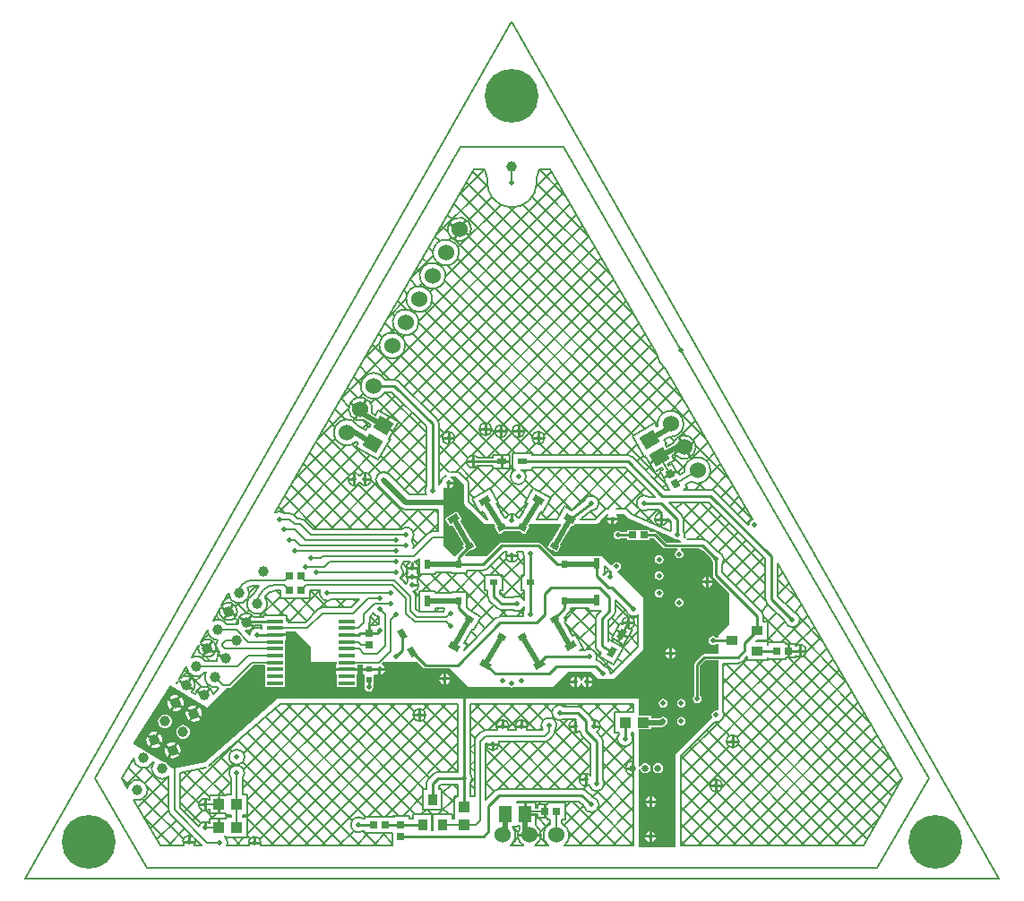
<source format=gbl>
%FSLAX25Y25*%
%MOIN*%
G70*
G01*
G75*
G04 Layer_Physical_Order=4*
G04 Layer_Color=16711680*
%ADD10C,0.00700*%
%ADD11R,0.06299X0.02992*%
%ADD12R,0.07087X0.05512*%
%ADD13R,0.13386X0.07087*%
%ADD14R,0.01181X0.03347*%
%ADD15R,0.03937X0.03937*%
%ADD16R,0.02992X0.09449*%
%ADD17R,0.03937X0.04331*%
%ADD18R,0.05906X0.05118*%
%ADD19R,0.02362X0.01969*%
%ADD20O,0.07087X0.01181*%
%ADD21O,0.01181X0.07087*%
%ADD22R,0.04331X0.03937*%
G04:AMPARAMS|DCode=23|XSize=39.37mil|YSize=43.31mil|CornerRadius=0mil|HoleSize=0mil|Usage=FLASHONLY|Rotation=150.000|XOffset=0mil|YOffset=0mil|HoleType=Round|Shape=Rectangle|*
%AMROTATEDRECTD23*
4,1,4,0.02788,0.00891,0.00622,-0.02860,-0.02788,-0.00891,-0.00622,0.02860,0.02788,0.00891,0.0*
%
%ADD23ROTATEDRECTD23*%

%ADD24R,0.05118X0.05906*%
%ADD25R,0.02362X0.03543*%
%ADD26R,0.02559X0.02953*%
%ADD27R,0.02953X0.02559*%
%ADD28R,0.03937X0.03347*%
%ADD29R,0.03937X0.03347*%
%ADD30R,0.03347X0.03937*%
%ADD31R,0.03347X0.03937*%
%ADD32C,0.01000*%
%ADD33C,0.02000*%
%ADD34C,0.00600*%
%ADD35C,0.20000*%
%ADD36C,0.03937*%
%ADD37C,0.06000*%
%ADD38C,0.02598*%
%ADD39C,0.02000*%
%ADD40C,0.04000*%
%ADD41C,0.16500*%
%ADD42C,0.07201*%
%ADD43C,0.07150*%
%ADD44C,0.08000*%
G04:AMPARAMS|DCode=45|XSize=100mil|YSize=100mil|CornerRadius=0mil|HoleSize=0mil|Usage=FLASHONLY|Rotation=0.000|XOffset=0mil|YOffset=0mil|HoleType=Round|Shape=Relief|Width=10mil|Gap=10mil|Entries=4|*
%AMTHD45*
7,0,0,0.10000,0.08000,0.01000,45*
%
%ADD45THD45*%
%ADD46C,0.05299*%
%ADD47C,0.05000*%
G04:AMPARAMS|DCode=48|XSize=70mil|YSize=70mil|CornerRadius=0mil|HoleSize=0mil|Usage=FLASHONLY|Rotation=0.000|XOffset=0mil|YOffset=0mil|HoleType=Round|Shape=Relief|Width=10mil|Gap=10mil|Entries=4|*
%AMTHD48*
7,0,0,0.07000,0.05000,0.01000,45*
%
%ADD48THD48*%
G04:AMPARAMS|DCode=49|XSize=20.08mil|YSize=29.53mil|CornerRadius=0mil|HoleSize=0mil|Usage=FLASHONLY|Rotation=240.000|XOffset=0mil|YOffset=0mil|HoleType=Round|Shape=Rectangle|*
%AMROTATEDRECTD49*
4,1,4,-0.00777,0.01608,0.01781,0.00131,0.00777,-0.01608,-0.01781,-0.00131,-0.00777,0.01608,0.0*
%
%ADD49ROTATEDRECTD49*%

%ADD50R,0.06102X0.01772*%
G04:AMPARAMS|DCode=51|XSize=23.62mil|YSize=35.43mil|CornerRadius=0mil|HoleSize=0mil|Usage=FLASHONLY|Rotation=330.000|XOffset=0mil|YOffset=0mil|HoleType=Round|Shape=Rectangle|*
%AMROTATEDRECTD51*
4,1,4,-0.01909,-0.00944,-0.00137,0.02125,0.01909,0.00944,0.00137,-0.02125,-0.01909,-0.00944,0.0*
%
%ADD51ROTATEDRECTD51*%

G04:AMPARAMS|DCode=52|XSize=59.06mil|YSize=51.18mil|CornerRadius=0mil|HoleSize=0mil|Usage=FLASHONLY|Rotation=30.000|XOffset=0mil|YOffset=0mil|HoleType=Round|Shape=Rectangle|*
%AMROTATEDRECTD52*
4,1,4,-0.01278,-0.03693,-0.03837,0.00740,0.01278,0.03693,0.03837,-0.00740,-0.01278,-0.03693,0.0*
%
%ADD52ROTATEDRECTD52*%

G04:AMPARAMS|DCode=53|XSize=59.06mil|YSize=51.18mil|CornerRadius=0mil|HoleSize=0mil|Usage=FLASHONLY|Rotation=150.000|XOffset=0mil|YOffset=0mil|HoleType=Round|Shape=Rectangle|*
%AMROTATEDRECTD53*
4,1,4,0.03837,0.00740,0.01278,-0.03693,-0.03837,-0.00740,-0.01278,0.03693,0.03837,0.00740,0.0*
%
%ADD53ROTATEDRECTD53*%

%ADD54R,0.02953X0.02008*%
%ADD55R,0.03543X0.02362*%
G04:AMPARAMS|DCode=56|XSize=23.62mil|YSize=35.43mil|CornerRadius=0mil|HoleSize=0mil|Usage=FLASHONLY|Rotation=210.000|XOffset=0mil|YOffset=0mil|HoleType=Round|Shape=Rectangle|*
%AMROTATEDRECTD56*
4,1,4,0.00137,0.02125,0.01909,-0.00944,-0.00137,-0.02125,-0.01909,0.00944,0.00137,0.02125,0.0*
%
%ADD56ROTATEDRECTD56*%

%ADD57R,0.02008X0.02953*%
G04:AMPARAMS|DCode=58|XSize=20.08mil|YSize=29.53mil|CornerRadius=0mil|HoleSize=0mil|Usage=FLASHONLY|Rotation=300.000|XOffset=0mil|YOffset=0mil|HoleType=Round|Shape=Rectangle|*
%AMROTATEDRECTD58*
4,1,4,-0.01781,0.00131,0.00777,0.01608,0.01781,-0.00131,-0.00777,-0.01608,-0.01781,0.00131,0.0*
%
%ADD58ROTATEDRECTD58*%

G04:AMPARAMS|DCode=59|XSize=25.59mil|YSize=29.53mil|CornerRadius=0mil|HoleSize=0mil|Usage=FLASHONLY|Rotation=30.000|XOffset=0mil|YOffset=0mil|HoleType=Round|Shape=Rectangle|*
%AMROTATEDRECTD59*
4,1,4,-0.00370,-0.01918,-0.01846,0.00639,0.00370,0.01918,0.01846,-0.00639,-0.00370,-0.01918,0.0*
%
%ADD59ROTATEDRECTD59*%

G04:AMPARAMS|DCode=60|XSize=23.62mil|YSize=39.37mil|CornerRadius=0mil|HoleSize=0mil|Usage=FLASHONLY|Rotation=240.000|XOffset=0mil|YOffset=0mil|HoleType=Round|Shape=Rectangle|*
%AMROTATEDRECTD60*
4,1,4,-0.01114,0.02007,0.02295,0.00039,0.01114,-0.02007,-0.02295,-0.00039,-0.01114,0.02007,0.0*
%
%ADD60ROTATEDRECTD60*%

G04:AMPARAMS|DCode=61|XSize=23.62mil|YSize=39.37mil|CornerRadius=0mil|HoleSize=0mil|Usage=FLASHONLY|Rotation=300.000|XOffset=0mil|YOffset=0mil|HoleType=Round|Shape=Rectangle|*
%AMROTATEDRECTD61*
4,1,4,-0.02295,0.00039,0.01114,0.02007,0.02295,-0.00039,-0.01114,-0.02007,-0.02295,0.00039,0.0*
%
%ADD61ROTATEDRECTD61*%

%ADD62R,0.02362X0.03937*%
%ADD63R,0.02362X0.03740*%
G36*
X-20880Y39336D02*
X-20735Y39239D01*
X-18563Y37066D01*
X-18563Y37066D01*
X-18563Y37066D01*
X-18525Y37029D01*
X-18045Y36549D01*
X-17947Y36403D01*
X-17913Y36231D01*
Y30112D01*
Y29331D01*
X-17361Y28778D01*
X-15742Y27159D01*
X-15742Y27159D01*
X-15742Y27159D01*
X-12560Y23977D01*
X-12560Y23977D01*
X-12560Y23977D01*
X-10789Y22206D01*
X-10789Y22206D01*
X-10236Y21654D01*
X-6612D01*
X-6176Y20898D01*
X-6561Y20676D01*
X-4957Y17898D01*
X-3278Y18867D01*
X-3145Y18912D01*
X-3040Y19005D01*
X-2696Y19203D01*
X2696D01*
X3040Y19005D01*
X3145Y18912D01*
X3278Y18867D01*
X4957Y17898D01*
X6561Y20676D01*
X6176Y20898D01*
X6612Y21654D01*
X18028D01*
X18278Y21220D01*
X15290Y16044D01*
X14807Y15915D01*
X14728Y15961D01*
X13124Y13183D01*
X14803Y12213D01*
X14908Y12121D01*
X15041Y12076D01*
X16720Y11106D01*
X18324Y13884D01*
X17939Y14107D01*
X22057Y21240D01*
X22249Y21291D01*
Y21291D01*
X22249Y21291D01*
X22741Y21226D01*
X23136Y21529D01*
X23208Y21654D01*
X31496D01*
X32048Y22206D01*
X32048Y22206D01*
X32771Y22929D01*
X32771Y22929D01*
X32771Y22929D01*
X35302Y25459D01*
X35447Y25556D01*
X35619Y25591D01*
X35886D01*
X36032Y25112D01*
X35960Y25064D01*
X35518Y24402D01*
X35462Y24122D01*
X39341D01*
X39285Y24402D01*
X38844Y25064D01*
X38772Y25112D01*
X38917Y25591D01*
X41546D01*
X41718Y25556D01*
X41864Y25459D01*
X43055Y24267D01*
X43307Y24016D01*
X43633Y23873D01*
D01*
X58236Y17484D01*
X58236D01*
X60232Y16611D01*
X60264Y16563D01*
X60793Y16209D01*
X61417Y16085D01*
X61429Y16087D01*
X63022Y15391D01*
X62920Y14901D01*
X57551D01*
X53943Y18510D01*
X53579Y18753D01*
X53150Y18838D01*
X53149Y18838D01*
X51289D01*
Y19596D01*
X47312D01*
X47312Y19596D01*
Y19596D01*
X47136Y19596D01*
X47047Y19596D01*
X46958D01*
X46783Y19596D01*
X46783Y19596D01*
Y19596D01*
X42805D01*
Y18838D01*
X40545D01*
X40524Y18870D01*
X39994Y19224D01*
X39370Y19348D01*
X38746Y19224D01*
X38217Y18870D01*
X37863Y18341D01*
X37739Y17717D01*
X37863Y17092D01*
X38217Y16563D01*
X38746Y16209D01*
X39370Y16085D01*
X39994Y16209D01*
X40524Y16563D01*
X40545Y16595D01*
X42805D01*
Y15837D01*
X46783D01*
X46783Y15837D01*
Y15837D01*
X46958Y15837D01*
X47047Y15837D01*
X47136D01*
X47312Y15837D01*
X47312Y15837D01*
Y15837D01*
X51289D01*
Y16595D01*
X52685D01*
X56293Y12987D01*
X56294Y12987D01*
X56657Y12743D01*
X57087Y12658D01*
X61648D01*
X61698Y12160D01*
X61580Y12137D01*
X61051Y11784D01*
X60698Y11254D01*
X60573Y10630D01*
X60698Y10006D01*
X61051Y9476D01*
X61580Y9123D01*
X62205Y8999D01*
X62829Y9123D01*
X63358Y9476D01*
X63712Y10006D01*
X63836Y10630D01*
X63712Y11254D01*
X63358Y11784D01*
X62829Y12137D01*
X62712Y12160D01*
X62761Y12658D01*
X69268D01*
X71284Y11776D01*
X74360Y8699D01*
X74353Y8661D01*
X74477Y8037D01*
X74803Y7549D01*
Y1969D01*
X76772Y0D01*
X80709Y-3937D01*
Y-3937D01*
X80709Y-3937D01*
X80709Y-3937D01*
Y-15748D01*
X76772Y-19685D01*
Y-20532D01*
X75978D01*
X75957Y-20500D01*
X75427Y-20146D01*
X74803Y-20022D01*
X74179Y-20146D01*
X73650Y-20500D01*
X73296Y-21029D01*
X73172Y-21654D01*
X73296Y-22278D01*
X73650Y-22807D01*
X74179Y-23161D01*
X74803Y-23285D01*
X75427Y-23161D01*
X75957Y-22807D01*
X75978Y-22775D01*
X76772D01*
Y-26634D01*
X71653D01*
X71653Y-26634D01*
X71224Y-26720D01*
X70860Y-26963D01*
X68105Y-29719D01*
X67861Y-30083D01*
X67776Y-30512D01*
X67776Y-30512D01*
Y-42132D01*
X67744Y-42154D01*
X67391Y-42683D01*
X67266Y-43307D01*
X67391Y-43931D01*
X67744Y-44461D01*
X68273Y-44814D01*
X68898Y-44938D01*
X69522Y-44814D01*
X70051Y-44461D01*
X70405Y-43931D01*
X70529Y-43307D01*
X70405Y-42683D01*
X70051Y-42154D01*
X70019Y-42132D01*
Y-30976D01*
X72118Y-28877D01*
X76772D01*
Y-30106D01*
Y-47344D01*
X76385Y-47661D01*
X75984Y-47581D01*
X75360Y-47705D01*
X74831Y-48059D01*
X74477Y-48588D01*
X74353Y-49213D01*
X74477Y-49837D01*
X74673Y-50130D01*
X74124Y-50680D01*
X74124Y-50680D01*
X67850Y-56953D01*
X61024Y-63779D01*
Y-64561D01*
Y-97775D01*
Y-98425D01*
X47244D01*
Y-69513D01*
X47742Y-69464D01*
X47809Y-69804D01*
X48229Y-70432D01*
X48857Y-70852D01*
X49598Y-70999D01*
X50339Y-70852D01*
X50968Y-70432D01*
X51387Y-69804D01*
X51535Y-69063D01*
X51387Y-68322D01*
X50968Y-67694D01*
X50339Y-67274D01*
X49598Y-67127D01*
X48857Y-67274D01*
X48229Y-67694D01*
X47809Y-68322D01*
X47742Y-68662D01*
X47244Y-68613D01*
Y-54632D01*
X51710D01*
Y-53694D01*
X55811D01*
X56435Y-53570D01*
X56965Y-53216D01*
X57453Y-52728D01*
X57806Y-52199D01*
X57931Y-51575D01*
X57806Y-50950D01*
X57453Y-50421D01*
X56924Y-50068D01*
X56299Y-49944D01*
X55675Y-50068D01*
X55146Y-50421D01*
X55135Y-50432D01*
X51710D01*
Y-49494D01*
X47244D01*
Y-43307D01*
X-87008D01*
X-114173Y-66929D01*
X-123811Y-68857D01*
X-123811Y-68857D01*
X-125984Y-69291D01*
X-127888Y-68089D01*
X-127945Y-67951D01*
X-128357Y-67414D01*
X-128893Y-67002D01*
X-129518Y-66743D01*
X-130150Y-66660D01*
X-135163Y-63494D01*
X-135176Y-63477D01*
X-135713Y-63065D01*
X-136089Y-62909D01*
X-140645Y-60032D01*
X-140755Y-59544D01*
X-127165Y-38189D01*
X-113386Y-46457D01*
X-109309Y-42380D01*
X-107812Y-40883D01*
X-107812Y-40883D01*
X-106036Y-39107D01*
X-105118D01*
X-104767Y-39037D01*
X-104469Y-38838D01*
X-96273Y-30642D01*
X-91996D01*
X-91840Y-30798D01*
D01*
D01*
Y-33769D01*
Y-35916D01*
X-91840D01*
Y-38887D01*
X-84538D01*
Y-36328D01*
X-84538D01*
Y-33769D01*
Y-31210D01*
X-84538D01*
Y-28239D01*
X-84538D01*
Y-26092D01*
Y-23121D01*
X-84538D01*
Y-21374D01*
X-84138D01*
Y-19988D01*
X-88189D01*
Y-18988D01*
X-84138D01*
Y-18110D01*
X-80709D01*
X-74803Y-24016D01*
Y-29528D01*
X-65069D01*
Y-30398D01*
X-65469D01*
Y-31784D01*
X-57366D01*
Y-30642D01*
X-55331D01*
Y-31784D01*
X-53150D01*
Y-32783D01*
X-55331D01*
Y-34268D01*
X-54931D01*
Y-34636D01*
X-54931D01*
Y-37805D01*
X-54821D01*
X-54586Y-38246D01*
X-54657Y-38352D01*
X-54781Y-38976D01*
X-54657Y-39601D01*
X-54303Y-40130D01*
X-53774Y-40484D01*
X-53150Y-40608D01*
X-52525Y-40484D01*
X-51996Y-40130D01*
X-51642Y-39601D01*
X-51518Y-38976D01*
X-51642Y-38352D01*
X-51714Y-38246D01*
X-51478Y-37805D01*
X-51368D01*
Y-34636D01*
X-51368D01*
Y-34621D01*
X-51015Y-34268D01*
X-50968D01*
Y-34046D01*
X-50528Y-33810D01*
X-49993Y-34167D01*
X-49713Y-34223D01*
Y-32283D01*
X-49213D01*
Y-31784D01*
X-47273D01*
X-47329Y-31503D01*
X-47771Y-30841D01*
X-48317Y-30476D01*
X-48366Y-29979D01*
X-47915Y-29528D01*
X-35000D01*
X-33026Y-31502D01*
X-33025Y-31502D01*
X-32662Y-31745D01*
X-32232Y-31830D01*
X-32232Y-31830D01*
X-23288D01*
X-16142Y-38976D01*
X-670D01*
X-624Y-39007D01*
X0Y-39131D01*
X624Y-39007D01*
X670Y-38976D01*
X15354D01*
X21260Y-33071D01*
X29528D01*
X32283Y-35827D01*
X37795D01*
X42387Y-31235D01*
X42387Y-31235D01*
X42387Y-31235D01*
X48819Y-24803D01*
Y-5512D01*
X39324Y3983D01*
X39469Y4462D01*
X39624Y4493D01*
X40154Y4846D01*
X40507Y5376D01*
X40631Y6000D01*
X40507Y6624D01*
X40154Y7153D01*
X39624Y7507D01*
X39000Y7631D01*
X38376Y7507D01*
X37846Y7153D01*
X37493Y6624D01*
X37462Y6469D01*
X36983Y6324D01*
X35861Y7446D01*
X33465Y9843D01*
X15366D01*
X10636Y14573D01*
X10272Y14816D01*
X9843Y14901D01*
X9843Y14901D01*
X-3937D01*
X-4366Y14816D01*
X-4730Y14573D01*
X-4730Y14573D01*
X-9460Y9843D01*
X-17176D01*
X-17367Y10305D01*
X-16353Y11318D01*
X-15042Y12075D01*
X-14908Y12121D01*
X-14803Y12213D01*
X-13124Y13183D01*
X-14728Y15961D01*
X-14807Y15915D01*
X-15290Y16044D01*
X-19231Y22871D01*
X-19180Y23063D01*
X-19180Y23063D01*
X-19180D01*
X-18877Y23457D01*
X-18942Y23950D01*
X-20123Y25995D01*
X-20518Y26298D01*
X-20518D01*
D01*
X-21011Y26233D01*
X-24420Y24265D01*
X-24420D01*
X-24723Y23870D01*
X-24658Y23378D01*
X-23477Y21332D01*
X-23082Y21029D01*
X-22590Y21094D01*
X-22127Y21361D01*
X-17939Y14107D01*
X-18324Y13884D01*
X-17825Y13019D01*
X-20478Y10366D01*
X-20721Y10002D01*
X-20753Y9843D01*
X-21654D01*
X-25591Y13780D01*
Y35277D01*
X-25204Y35594D01*
X-25064Y35566D01*
X-25064Y35566D01*
Y35566D01*
X-24402Y35124D01*
X-24122Y35068D01*
Y37008D01*
X-23622D01*
Y37508D01*
X-21682D01*
X-21738Y37788D01*
X-22180Y38450D01*
X-22842Y38892D01*
D01*
X-22696Y39370D01*
X-21052D01*
X-20880Y39336D01*
D02*
G37*
%LPC*%
G36*
X-129134Y-49080D02*
X-129804Y-49168D01*
X-130429Y-49427D01*
X-130966Y-49839D01*
X-131377Y-50375D01*
X-131636Y-51000D01*
X-131725Y-51671D01*
X-131636Y-52341D01*
X-131377Y-52966D01*
X-130966Y-53503D01*
X-130429Y-53914D01*
X-129804Y-54173D01*
X-129134Y-54261D01*
X-128463Y-54173D01*
X-127839Y-53914D01*
X-127302Y-53503D01*
X-126890Y-52966D01*
X-126631Y-52341D01*
X-126543Y-51671D01*
X-126631Y-51000D01*
X-126890Y-50375D01*
X-127302Y-49839D01*
X-127839Y-49427D01*
X-128463Y-49168D01*
X-129134Y-49080D01*
D02*
G37*
G36*
X62992Y-49944D02*
X62368Y-50068D01*
X61839Y-50421D01*
X61485Y-50950D01*
X61361Y-51575D01*
X61485Y-52199D01*
X61839Y-52728D01*
X62368Y-53082D01*
X62992Y-53206D01*
X63616Y-53082D01*
X64146Y-52728D01*
X64499Y-52199D01*
X64623Y-51575D01*
X64499Y-50950D01*
X64146Y-50421D01*
X63616Y-50068D01*
X62992Y-49944D01*
D02*
G37*
G36*
X-118195Y-49472D02*
X-119409Y-51575D01*
X-119153Y-51681D01*
X-118378Y-51783D01*
X-117603Y-51681D01*
X-116881Y-51382D01*
X-116261Y-50906D01*
X-116092Y-50686D01*
X-118195Y-49472D01*
D02*
G37*
G36*
X-133071Y-55496D02*
X-133846Y-55598D01*
X-134568Y-55897D01*
X-135188Y-56373D01*
X-135357Y-56593D01*
X-133254Y-57807D01*
X-132040Y-55704D01*
X-132296Y-55598D01*
X-133071Y-55496D01*
D02*
G37*
G36*
X-135857Y-57459D02*
X-135963Y-57715D01*
X-136065Y-58490D01*
X-135963Y-59265D01*
X-135664Y-59987D01*
X-135188Y-60607D01*
X-134968Y-60776D01*
X-133754Y-58673D01*
X-135857Y-57459D01*
D02*
G37*
G36*
X-131174Y-56204D02*
X-132388Y-58307D01*
X-130285Y-59521D01*
X-130179Y-59265D01*
X-130077Y-58490D01*
X-130179Y-57715D01*
X-130478Y-56993D01*
X-130954Y-56373D01*
X-131174Y-56204D01*
D02*
G37*
G36*
X-122315Y-53017D02*
X-122985Y-53105D01*
X-123610Y-53364D01*
X-124147Y-53776D01*
X-124558Y-54312D01*
X-124817Y-54937D01*
X-124905Y-55608D01*
X-124817Y-56278D01*
X-124558Y-56903D01*
X-124147Y-57440D01*
X-123610Y-57851D01*
X-122985Y-58110D01*
X-122315Y-58198D01*
X-121644Y-58110D01*
X-121019Y-57851D01*
X-120483Y-57440D01*
X-120071Y-56903D01*
X-119812Y-56278D01*
X-119724Y-55608D01*
X-119812Y-54937D01*
X-120071Y-54312D01*
X-120483Y-53776D01*
X-121019Y-53364D01*
X-121644Y-53105D01*
X-122315Y-53017D01*
D02*
G37*
G36*
X-127983Y-43821D02*
X-128089Y-44077D01*
X-128191Y-44852D01*
X-128089Y-45627D01*
X-127790Y-46349D01*
X-127314Y-46969D01*
X-127094Y-47138D01*
X-125880Y-45035D01*
X-127983Y-43821D01*
D02*
G37*
G36*
X56299Y-43251D02*
X55675Y-43375D01*
X55146Y-43728D01*
X54792Y-44258D01*
X54668Y-44882D01*
X54792Y-45506D01*
X55146Y-46035D01*
X55675Y-46389D01*
X56299Y-46513D01*
X56924Y-46389D01*
X57453Y-46035D01*
X57806Y-45506D01*
X57931Y-44882D01*
X57806Y-44258D01*
X57453Y-43728D01*
X56924Y-43375D01*
X56299Y-43251D01*
D02*
G37*
G36*
X62992D02*
X62368Y-43375D01*
X61839Y-43728D01*
X61485Y-44258D01*
X61361Y-44882D01*
X61485Y-45506D01*
X61839Y-46035D01*
X62368Y-46389D01*
X62992Y-46513D01*
X63616Y-46389D01*
X64146Y-46035D01*
X64499Y-45506D01*
X64623Y-44882D01*
X64499Y-44258D01*
X64146Y-43728D01*
X63616Y-43375D01*
X62992Y-43251D01*
D02*
G37*
G36*
X-125014Y-45535D02*
X-126228Y-47638D01*
X-125972Y-47744D01*
X-125197Y-47846D01*
X-124422Y-47744D01*
X-123700Y-47445D01*
X-123080Y-46969D01*
X-122911Y-46749D01*
X-125014Y-45535D01*
D02*
G37*
G36*
X-121164Y-47758D02*
X-121270Y-48014D01*
X-121372Y-48789D01*
X-121270Y-49564D01*
X-120971Y-50286D01*
X-120495Y-50906D01*
X-120275Y-51075D01*
X-119061Y-48972D01*
X-121164Y-47758D01*
D02*
G37*
G36*
X-116481Y-46503D02*
X-117695Y-48606D01*
X-115592Y-49820D01*
X-115486Y-49564D01*
X-115384Y-48789D01*
X-115486Y-48014D01*
X-115785Y-47291D01*
X-116261Y-46671D01*
X-116481Y-46503D01*
D02*
G37*
G36*
X-118378Y-45794D02*
X-119153Y-45897D01*
X-119875Y-46196D01*
X-120495Y-46671D01*
X-120664Y-46891D01*
X-118561Y-48106D01*
X-117347Y-46003D01*
X-117603Y-45897D01*
X-118378Y-45794D01*
D02*
G37*
G36*
X51098Y-82063D02*
X49659D01*
X49714Y-82343D01*
X50156Y-83005D01*
X50818Y-83447D01*
X51098Y-83503D01*
Y-82063D01*
D02*
G37*
G36*
X53538D02*
X52098D01*
Y-83503D01*
X52379Y-83447D01*
X53040Y-83005D01*
X53482Y-82343D01*
X53538Y-82063D01*
D02*
G37*
G36*
X51098Y-79623D02*
X50818Y-79679D01*
X50156Y-80121D01*
X49714Y-80783D01*
X49659Y-81063D01*
X51098D01*
Y-79623D01*
D02*
G37*
G36*
X52075Y-92549D02*
Y-93988D01*
X53514D01*
X53459Y-93708D01*
X53017Y-93046D01*
X52355Y-92604D01*
X52075Y-92549D01*
D02*
G37*
G36*
X51075Y-94988D02*
X49635D01*
X49691Y-95269D01*
X50133Y-95930D01*
X50794Y-96372D01*
X51075Y-96428D01*
Y-94988D01*
D02*
G37*
G36*
X53514D02*
X52075D01*
Y-96428D01*
X52355Y-96372D01*
X53017Y-95930D01*
X53459Y-95269D01*
X53514Y-94988D01*
D02*
G37*
G36*
X51075Y-92549D02*
X50794Y-92604D01*
X50133Y-93046D01*
X49691Y-93708D01*
X49635Y-93988D01*
X51075D01*
Y-92549D01*
D02*
G37*
G36*
X-124355Y-60141D02*
X-125569Y-62244D01*
X-123466Y-63458D01*
X-123360Y-63202D01*
X-123258Y-62427D01*
X-123360Y-61652D01*
X-123659Y-60930D01*
X-124135Y-60310D01*
X-124355Y-60141D01*
D02*
G37*
G36*
X-126252Y-59433D02*
X-127027Y-59535D01*
X-127749Y-59834D01*
X-128369Y-60310D01*
X-128538Y-60530D01*
X-126435Y-61744D01*
X-125221Y-59641D01*
X-125477Y-59535D01*
X-126252Y-59433D01*
D02*
G37*
G36*
X-132888Y-59173D02*
X-134102Y-61276D01*
X-133846Y-61382D01*
X-133071Y-61484D01*
X-132296Y-61382D01*
X-131574Y-61083D01*
X-130954Y-60607D01*
X-130785Y-60387D01*
X-132888Y-59173D01*
D02*
G37*
G36*
X-129038Y-61396D02*
X-129144Y-61652D01*
X-129246Y-62427D01*
X-129144Y-63202D01*
X-128845Y-63924D01*
X-128369Y-64544D01*
X-128149Y-64713D01*
X-126935Y-62610D01*
X-129038Y-61396D01*
D02*
G37*
G36*
X52098Y-79623D02*
Y-81063D01*
X53538D01*
X53482Y-80783D01*
X53040Y-80121D01*
X52379Y-79679D01*
X52098Y-79623D01*
D02*
G37*
G36*
X54323Y-67127D02*
X53582Y-67274D01*
X52954Y-67694D01*
X52534Y-68322D01*
X52386Y-69063D01*
X52534Y-69804D01*
X52954Y-70432D01*
X53582Y-70852D01*
X54323Y-70999D01*
X55064Y-70852D01*
X55692Y-70432D01*
X56112Y-69804D01*
X56259Y-69063D01*
X56112Y-68322D01*
X55692Y-67694D01*
X55064Y-67274D01*
X54323Y-67127D01*
D02*
G37*
G36*
X-126069Y-63110D02*
X-127283Y-65213D01*
X-127027Y-65319D01*
X-126252Y-65421D01*
X-125477Y-65319D01*
X-124755Y-65020D01*
X-124135Y-64544D01*
X-123966Y-64324D01*
X-126069Y-63110D01*
D02*
G37*
G36*
X54815Y-2369D02*
X54191Y-2493D01*
X53661Y-2847D01*
X53308Y-3376D01*
X53184Y-4000D01*
X53308Y-4624D01*
X53661Y-5153D01*
X54191Y-5507D01*
X54815Y-5631D01*
X55439Y-5507D01*
X55968Y-5153D01*
X56322Y-4624D01*
X56446Y-4000D01*
X56322Y-3376D01*
X55968Y-2847D01*
X55439Y-2493D01*
X54815Y-2369D01*
D02*
G37*
G36*
X72138Y-303D02*
X70698D01*
X70754Y-583D01*
X71196Y-1245D01*
X71857Y-1687D01*
X72138Y-1743D01*
Y-303D01*
D02*
G37*
G36*
X74577D02*
X73138D01*
Y-1743D01*
X73418Y-1687D01*
X74080Y-1245D01*
X74522Y-583D01*
X74577Y-303D01*
D02*
G37*
G36*
X62205Y-5849D02*
X61580Y-5973D01*
X61051Y-6327D01*
X60698Y-6856D01*
X60573Y-7480D01*
X60698Y-8105D01*
X61051Y-8634D01*
X61580Y-8987D01*
X62205Y-9112D01*
X62829Y-8987D01*
X63358Y-8634D01*
X63712Y-8105D01*
X63836Y-7480D01*
X63712Y-6856D01*
X63358Y-6327D01*
X62829Y-5973D01*
X62205Y-5849D01*
D02*
G37*
G36*
X60995Y-26878D02*
X59555D01*
Y-28318D01*
X59835Y-28262D01*
X60497Y-27820D01*
X60939Y-27158D01*
X60995Y-26878D01*
D02*
G37*
G36*
X58555Y-24438D02*
X58275Y-24494D01*
X57613Y-24936D01*
X57171Y-25598D01*
X57115Y-25878D01*
X58555D01*
Y-24438D01*
D02*
G37*
G36*
X59555D02*
Y-25878D01*
X60995D01*
X60939Y-25598D01*
X60497Y-24936D01*
X59835Y-24494D01*
X59555Y-24438D01*
D02*
G37*
G36*
X36902Y23122D02*
X35462D01*
X35518Y22842D01*
X35960Y22180D01*
X36621Y21738D01*
X36902Y21682D01*
Y23122D01*
D02*
G37*
G36*
X39341D02*
X37902D01*
Y21682D01*
X38182Y21738D01*
X38844Y22180D01*
X39285Y22842D01*
X39341Y23122D01*
D02*
G37*
G36*
X-21682Y36508D02*
X-23122D01*
Y35068D01*
X-22842Y35124D01*
X-22180Y35566D01*
X-21738Y36228D01*
X-21682Y36508D01*
D02*
G37*
G36*
X54815Y10131D02*
X54191Y10007D01*
X53661Y9653D01*
X53308Y9124D01*
X53184Y8500D01*
X53308Y7876D01*
X53661Y7346D01*
X54191Y6993D01*
X54815Y6869D01*
X55439Y6993D01*
X55968Y7346D01*
X56322Y7876D01*
X56446Y8500D01*
X56322Y9124D01*
X55968Y9653D01*
X55439Y10007D01*
X54815Y10131D01*
D02*
G37*
G36*
X72138Y2137D02*
X71857Y2081D01*
X71196Y1639D01*
X70754Y977D01*
X70698Y697D01*
X72138D01*
Y2137D01*
D02*
G37*
G36*
X73138D02*
Y697D01*
X74577D01*
X74522Y977D01*
X74080Y1639D01*
X73418Y2081D01*
X73138Y2137D01*
D02*
G37*
G36*
X54815Y4131D02*
X54191Y4007D01*
X53661Y3653D01*
X53308Y3124D01*
X53184Y2500D01*
X53308Y1876D01*
X53661Y1347D01*
X54191Y993D01*
X54815Y869D01*
X55439Y993D01*
X55968Y1347D01*
X56322Y1876D01*
X56446Y2500D01*
X56322Y3124D01*
X55968Y3653D01*
X55439Y4007D01*
X54815Y4131D01*
D02*
G37*
G36*
X23122Y-37500D02*
X21682D01*
X21738Y-37780D01*
X22180Y-38442D01*
X22842Y-38884D01*
X23122Y-38940D01*
Y-37500D01*
D02*
G37*
G36*
X-57366Y-32783D02*
X-65469D01*
Y-34169D01*
X-65069D01*
Y-36328D01*
X-65069D01*
Y-38887D01*
X-57766D01*
Y-35916D01*
X-57766D01*
Y-34169D01*
X-57366D01*
Y-32783D01*
D02*
G37*
G36*
X-25583Y-36327D02*
X-27022D01*
X-26967Y-36607D01*
X-26525Y-37269D01*
X-25863Y-37711D01*
X-25583Y-37767D01*
Y-36327D01*
D02*
G37*
G36*
X29893Y-37508D02*
X28453D01*
Y-38948D01*
X28733Y-38892D01*
X29395Y-38450D01*
X29837Y-37788D01*
X29893Y-37508D01*
D02*
G37*
G36*
X-123300Y-42566D02*
X-124514Y-44669D01*
X-122411Y-45883D01*
X-122305Y-45627D01*
X-122203Y-44852D01*
X-122305Y-44077D01*
X-122604Y-43354D01*
X-123080Y-42734D01*
X-123300Y-42566D01*
D02*
G37*
G36*
X-125197Y-41857D02*
X-125972Y-41960D01*
X-126694Y-42259D01*
X-127314Y-42734D01*
X-127483Y-42954D01*
X-125380Y-44169D01*
X-124166Y-42066D01*
X-124422Y-41960D01*
X-125197Y-41857D01*
D02*
G37*
G36*
X24122Y-35060D02*
Y-37000D01*
Y-38940D01*
X24402Y-38884D01*
X25064Y-38442D01*
X25506Y-37780D01*
X25537Y-37626D01*
X26037D01*
X26069Y-37788D01*
X26511Y-38450D01*
X27172Y-38892D01*
X27453Y-38948D01*
Y-37008D01*
Y-35068D01*
X27172Y-35124D01*
X26511Y-35566D01*
X26069Y-36228D01*
X26038Y-36381D01*
X25538D01*
X25506Y-36220D01*
X25064Y-35558D01*
X24402Y-35116D01*
X24122Y-35060D01*
D02*
G37*
G36*
X-24583Y-33887D02*
Y-35327D01*
X-23143D01*
X-23199Y-35046D01*
X-23641Y-34385D01*
X-24302Y-33943D01*
X-24583Y-33887D01*
D02*
G37*
G36*
X-47273Y-32783D02*
X-48713D01*
Y-34223D01*
X-48432Y-34167D01*
X-47771Y-33725D01*
X-47329Y-33064D01*
X-47273Y-32783D01*
D02*
G37*
G36*
X58555Y-26878D02*
X57115D01*
X57171Y-27158D01*
X57613Y-27820D01*
X58275Y-28262D01*
X58555Y-28318D01*
Y-26878D01*
D02*
G37*
G36*
X-25583Y-33887D02*
X-25863Y-33943D01*
X-26525Y-34385D01*
X-26967Y-35046D01*
X-27022Y-35327D01*
X-25583D01*
Y-33887D01*
D02*
G37*
G36*
X-23143Y-36327D02*
X-24583D01*
Y-37767D01*
X-24302Y-37711D01*
X-23641Y-37269D01*
X-23199Y-36607D01*
X-23143Y-36327D01*
D02*
G37*
G36*
X28453Y-35068D02*
Y-36508D01*
X29893D01*
X29837Y-36228D01*
X29395Y-35566D01*
X28733Y-35124D01*
X28453Y-35068D01*
D02*
G37*
G36*
X23122Y-35060D02*
X22842Y-35116D01*
X22180Y-35558D01*
X21738Y-36220D01*
X21682Y-36500D01*
X23122D01*
Y-35060D01*
D02*
G37*
%LPD*%
D10*
X68405Y50395D02*
G03*
X67822Y52570I-4350J0D01*
G01*
D02*
G03*
X59965Y51876I-3767J-2175D01*
G01*
X60607Y47743D02*
G03*
X68405Y50395I3449J2651D01*
G01*
X63905Y59055D02*
G03*
X63255Y61480I-4850J0D01*
G01*
X58665Y54221D02*
G03*
X63905Y59055I390J4834D01*
G01*
X73905Y41735D02*
G03*
X73255Y44160I-4850J0D01*
G01*
D02*
G03*
X64227Y41277I-4200J-2425D01*
G01*
X66488Y37620D02*
G03*
X73905Y41735I2567J4115D01*
G01*
X53877Y85203D02*
G03*
X57212Y79426I9115J1411D01*
G01*
X63255Y61480D02*
G03*
X54270Y58265I-4200J-2425D01*
G01*
X44969Y46662D02*
G03*
X43307Y47350I-1662J-1662D01*
G01*
X44971Y46660D02*
G03*
X43307Y47350I-1664J-1660D01*
G01*
X89433Y23618D02*
G03*
X88010Y21613I922J-2162D01*
G01*
X75679Y33943D02*
G03*
X74016Y34633I-1664J-1660D01*
G01*
X75677Y33945D02*
G03*
X74016Y34633I-1662J-1662D01*
G01*
X72530Y15439D02*
G03*
X70866Y16129I-1664J-1660D01*
G01*
X78334Y7049D02*
G03*
X78834Y8661I-2350J1612D01*
G01*
D02*
G03*
X76506Y11463I-2850J0D01*
G01*
X72528Y15441D02*
G03*
X70866Y16129I-1662J-1662D01*
G01*
X107181Y-13780D02*
G03*
X104852Y-10978I-2850J0D01*
G01*
X94304Y-6102D02*
G03*
X94994Y-7766I2350J0D01*
G01*
X94304Y-6102D02*
G03*
X94992Y-7764I2350J0D01*
G01*
X93689Y-12598D02*
G03*
X92998Y-10935I-2350J0D01*
G01*
X93689Y-12598D02*
G03*
X93000Y-10937I-2350J0D01*
G01*
X63767Y23622D02*
G03*
X63079Y25284I-2350J0D01*
G01*
X63767Y23622D02*
G03*
X63077Y25286I-2350J0D01*
G01*
X50825Y31878D02*
G03*
X50825Y27178I-1612J-2350D01*
G01*
X55755Y25961D02*
G03*
X57881Y23622I-223J-2339D01*
G01*
X64162Y16950D02*
G03*
X64267Y17717I-2745J766D01*
G01*
D02*
G03*
X63767Y19329I-2850J0D01*
G01*
X42474Y-10364D02*
G03*
X46933Y-12161I2802J521D01*
G01*
X12192Y53839D02*
G03*
X12192Y53839I-2350J0D01*
G01*
X9224Y148819D02*
G03*
X9123Y150180I-9224J0D01*
G01*
D02*
G03*
X10145Y153740I-9123J4545D01*
G01*
X32378Y29528D02*
G03*
X26829Y30443I-2850J0D01*
G01*
X29645Y26680D02*
G03*
X32378Y29528I-117J2848D01*
G01*
X4712Y56339D02*
G03*
X4712Y56339I-2350J0D01*
G01*
X-9123Y150180D02*
G03*
X9224Y148819I9123J-1361D01*
G01*
X-1756Y56339D02*
G03*
X-1756Y56339I-2350J0D01*
G01*
X5212Y39370D02*
G03*
X3532Y41969I-2850J0D01*
G01*
X1192D02*
G03*
X5212Y39370I1170J-2599D01*
G01*
X36481Y4350D02*
G03*
X34527Y3277I19J-2350D01*
G01*
X34462Y3170D02*
G03*
X34315Y2866I2038J-1170D01*
G01*
X4104Y11429D02*
G03*
X4540Y9214I2785J-603D01*
G01*
X37880Y-12293D02*
G03*
X38570Y-10630I-1660J1664D01*
G01*
X37882Y-12292D02*
G03*
X38570Y-10630I-1662J1662D01*
G01*
X31805Y-11722D02*
G03*
X31115Y-13386I1660J-1664D01*
G01*
X31803Y-11724D02*
G03*
X31115Y-13386I1662J-1662D01*
G01*
X21971Y-10118D02*
G03*
X22034Y-9641I-2286J545D01*
G01*
X21971Y-10118D02*
G03*
X22034Y-9641I-2286J545D01*
G01*
X21347Y-11234D02*
G03*
X21971Y-10118I-1662J1662D01*
G01*
X21345Y-11236D02*
G03*
X21971Y-10118I-1660J1664D01*
G01*
X4540Y-10199D02*
G03*
X4154Y-12611I2350J-1612D01*
G01*
X2228Y23976D02*
G03*
X-2228Y23976I-2228J-747D01*
G01*
X-1865Y11429D02*
G03*
X2350Y10000I1865J-1429D01*
G01*
D02*
G03*
X1865Y11429I-2350J0D01*
G01*
X4540Y-6645D02*
G03*
X356Y-5524I-2571J-1229D01*
G01*
Y-10224D02*
G03*
X4540Y-9103I1612J2350D01*
G01*
X-9043Y-5118D02*
G03*
X-8355Y-6780I2350J0D01*
G01*
X-9043Y-5118D02*
G03*
X-8353Y-6782I2350J0D01*
G01*
X-5601Y-9534D02*
G03*
X-3937Y-10224I1664J1660D01*
G01*
X-5599Y-9536D02*
G03*
X-3937Y-10224I1662J1662D01*
G01*
X-4331Y-12611D02*
G03*
X-5992Y-13299I0J-2350D01*
G01*
X-4331Y-12611D02*
G03*
X-5994Y-13301I0J-2350D01*
G01*
X101529Y-14301D02*
G03*
X107181Y-13780I2802J521D01*
G01*
X109437Y-25394D02*
G03*
X105582Y-23588I-2350J0D01*
G01*
Y-27199D02*
G03*
X109437Y-25394I1504J1805D01*
G01*
X45681Y-14999D02*
G03*
X41041Y-15528I-2350J0D01*
G01*
X44018Y-17246D02*
G03*
X45681Y-14999I-687J2247D01*
G01*
X84055Y-30106D02*
G03*
X85719Y-29416I0J2350D01*
G01*
X84055Y-30106D02*
G03*
X85717Y-29418I0J2350D01*
G01*
X36708Y-33858D02*
G03*
X34380Y-31056I-2850J0D01*
G01*
X84437Y-59055D02*
G03*
X84437Y-59055I-2350J0D01*
G01*
X75457Y-52013D02*
G03*
X78834Y-49213I527J2801D01*
G01*
D02*
G03*
X78580Y-48037I-2850J0D01*
G01*
X78334Y-75590D02*
G03*
X78334Y-75590I-2350J0D01*
G01*
X44948Y-58063D02*
G03*
X44602Y-56701I-2850J0D01*
G01*
X39902Y-56247D02*
G03*
X44948Y-58063I2196J-1816D01*
G01*
X45358Y-66458D02*
G03*
X45358Y-71668I-484J-2605D01*
G01*
X28689Y-75294D02*
G03*
X34346Y-74803I2807J491D01*
G01*
X31115Y-23622D02*
G03*
X32196Y-25600I2350J0D01*
G01*
X31115Y-23622D02*
G03*
X32199Y-25602I2350J0D01*
G01*
X31590Y-27559D02*
G03*
X27128Y-25209I-2850J0D01*
G01*
X32764Y-29441D02*
G03*
X31324Y-28763I-1662J-1662D01*
G01*
X31324Y-28763D02*
G03*
X31590Y-27559I-2583J1204D01*
G01*
X32766Y-29442D02*
G03*
X31324Y-28763I-1664J-1660D01*
G01*
X26071Y-46764D02*
G03*
X24409Y-46075I-1662J-1662D01*
G01*
X32850Y-53500D02*
G03*
X29884Y-51232I-2350J0D01*
G01*
D02*
G03*
X29221Y-49913I-2325J-343D01*
G01*
X29884Y-51232D02*
G03*
X29219Y-49911I-2325J-343D01*
G01*
X33846Y-59055D02*
G03*
X33158Y-57393I-2350J0D01*
G01*
X33846Y-59055D02*
G03*
X33156Y-57392I-2350J0D01*
G01*
X31425Y-55660D02*
G03*
X32850Y-53500I-925J2160D01*
G01*
X26073Y-46765D02*
G03*
X24409Y-46075I-1664J-1660D01*
G01*
X23819Y-51158D02*
G03*
X25212Y-55231I-197J-2342D01*
G01*
D02*
G03*
X25899Y-56782I2347J113D01*
G01*
X25212Y-55231D02*
G03*
X25897Y-56780I2347J113D01*
G01*
X19329Y-46075D02*
G03*
X19329Y-50775I-1612J-2350D01*
G01*
X16630Y-53150D02*
G03*
X11454Y-54797I-2850J0D01*
G01*
X5360Y-54937D02*
G03*
X5850Y-53500I-1860J1437D01*
G01*
X-1150D02*
G03*
X-5360Y-54937I-2350J0D01*
G01*
X-1640D02*
G03*
X-1150Y-53500I-1860J1437D01*
G01*
X15929Y-55020D02*
G03*
X16630Y-53150I-2150J1871D01*
G01*
X15300Y-57032D02*
G03*
X15929Y-55512I-1520J1520D01*
G01*
X15300Y-57032D02*
G03*
X15929Y-55512I-1520J1520D01*
G01*
X12205Y-59237D02*
G03*
X13725Y-58607I0J2150D01*
G01*
X12205Y-59237D02*
G03*
X13725Y-58607I0J2150D01*
G01*
X5850Y-53500D02*
G03*
X1640Y-54937I-2350J0D01*
G01*
X-4776Y-60102D02*
G03*
X-4941Y-59237I-2350J0D01*
G01*
X34346Y-74803D02*
G03*
X33846Y-73191I-2850J0D01*
G01*
X29146Y-71803D02*
G03*
X28689Y-75294I-1772J-1543D01*
G01*
X32378Y-82677D02*
G03*
X30049Y-79875I-2850J0D01*
G01*
X27646Y-77472D02*
G03*
X25984Y-76784I-1662J-1662D01*
G01*
X27648Y-77474D02*
G03*
X25984Y-76784I-1664J-1660D01*
G01*
X26726Y-83199D02*
G03*
X32378Y-82677I2802J521D01*
G01*
X19545Y-97775D02*
G03*
X21350Y-94000I-3045J3775D01*
G01*
D02*
G03*
X18650Y-89653I-4850J0D01*
G01*
X14350D02*
G03*
X13455Y-97775I2150J-4347D01*
G01*
X-9447Y-59731D02*
G03*
X-4776Y-60102I2321J-371D01*
G01*
X-4724Y-76784D02*
G03*
X-6386Y-77472I0J-2350D01*
G01*
X-4724Y-76784D02*
G03*
X-6388Y-77474I0J-2350D01*
G01*
X10850Y-94000D02*
G03*
X8787Y-90300I-4350J0D01*
G01*
X8661Y-97775D02*
G03*
X10850Y-94000I-2161J3775D01*
G01*
X1350D02*
G03*
X254Y-90929I-4850J0D01*
G01*
X2928Y-91518D02*
G03*
X4339Y-97775I3572J-2482D01*
G01*
X-455D02*
G03*
X1350Y-94000I-3045J3775D01*
G01*
X-10145Y153740D02*
G03*
X-9123Y150180I10145J984D01*
G01*
X-15760Y129319D02*
G03*
X-15178Y131494I-3767J2175D01*
G01*
D02*
G03*
X-23295Y133669I-4350J0D01*
G01*
D02*
G03*
X-15760Y129319I3767J-2175D01*
G01*
X-20327Y120408D02*
G03*
X-19678Y122834I-4200J2425D01*
G01*
X-25327Y111748D02*
G03*
X-24678Y114173I-4200J2425D01*
G01*
X-7492Y57087D02*
G03*
X-7492Y57087I-2350J0D01*
G01*
X-21272Y53854D02*
G03*
X-21272Y53854I-2350J0D01*
G01*
X-12718Y46450D02*
G03*
X-12718Y43550I-1849J-1450D01*
G01*
X-19678Y122834D02*
G03*
X-28728Y125259I-4850J0D01*
G01*
D02*
G03*
X-20327Y120408I4200J-2425D01*
G01*
X-24678Y114173D02*
G03*
X-33728Y116598I-4850J0D01*
G01*
D02*
G03*
X-25327Y111748I4200J-2425D01*
G01*
X-29678Y105513D02*
G03*
X-38728Y107938I-4850J0D01*
G01*
X-30327Y103088D02*
G03*
X-29678Y105513I-4200J2425D01*
G01*
X-38728Y107938D02*
G03*
X-30327Y103088I4200J-2425D01*
G01*
X-27178Y59055D02*
G03*
X-27866Y60717I-2350J0D01*
G01*
X-27178Y59055D02*
G03*
X-27868Y60719I-2350J0D01*
G01*
X-24569Y39696D02*
G03*
X-26469Y37130I947J-2688D01*
G01*
X-10925Y4441D02*
G03*
X-9262Y5131I0J2350D01*
G01*
X-10925Y4441D02*
G03*
X-9263Y5130I0J2350D01*
G01*
X-25064Y-9641D02*
G03*
X-25621Y-10817I2229J-1776D01*
G01*
X-29528Y19079D02*
G03*
X-31048Y18449I0J-2150D01*
G01*
X-29528Y19079D02*
G03*
X-31048Y18449I0J-2150D01*
G01*
X-31878Y35864D02*
G03*
X-31963Y32771I2350J-1612D01*
G01*
X-34650Y5500D02*
G03*
X-36243Y7725I-2350J0D01*
G01*
X-35302Y625D02*
G03*
X-34650Y2250I-1698J1625D01*
G01*
D02*
G03*
X-35302Y3875I-2350J0D01*
G01*
X-36649Y-3324D02*
G03*
X-34650Y-1000I-351J2324D01*
G01*
X-34678Y96853D02*
G03*
X-43728Y99278I-4850J0D01*
G01*
X-35327Y94428D02*
G03*
X-34678Y96853I-4200J2425D01*
G01*
X-40327Y85768D02*
G03*
X-39678Y88192I-4200J2425D01*
G01*
X-43728Y99278D02*
G03*
X-35327Y94428I4200J-2425D01*
G01*
X-39678Y88192D02*
G03*
X-48728Y90618I-4850J0D01*
G01*
D02*
G03*
X-40327Y85768I4200J-2425D01*
G01*
X-42035Y74886D02*
G03*
X-43698Y75576I-1664J-1660D01*
G01*
X-42037Y74888D02*
G03*
X-43698Y75576I-1662J-1662D01*
G01*
X-45780Y40314D02*
G03*
X-49811Y36284I-2015J-2015D01*
G01*
X-45776Y40310D02*
G03*
X-49806Y36279I-2019J-2011D01*
G01*
X-52285Y63207D02*
G03*
X-52067Y64566I-4132J1358D01*
G01*
X-47175Y75576D02*
G03*
X-55617Y75651I-4243J-2350D01*
G01*
D02*
G03*
X-47217Y70801I4200J-2425D01*
G01*
X-52067Y64566D02*
G03*
X-60185Y66741I-4350J0D01*
G01*
D02*
G03*
X-55203Y60389I3767J-2175D01*
G01*
X-57336Y58525D02*
G03*
X-65618Y58331I-4082J-2620D01*
G01*
X-56642Y37218D02*
G03*
X-52292Y38452I2000J1234D01*
G01*
D02*
G03*
X-56642Y39686I-2350J0D01*
G01*
X-56642D02*
G03*
X-56642Y37218I-2000J-1234D01*
G01*
X-65618Y58331D02*
G03*
X-58089Y52378I4200J-2425D01*
G01*
X-37309Y15748D02*
G03*
X-36520Y17717I-2061J1969D01*
G01*
X-36692Y12806D02*
G03*
X-36520Y13780I-2678J974D01*
G01*
Y17717D02*
G03*
X-41241Y19866I-2850J0D01*
G01*
X-36520Y13780D02*
G03*
X-37309Y15748I-2850J0D01*
G01*
X-36243Y7725D02*
G03*
X-35094Y8322I-371J2118D01*
G01*
X-36243Y7725D02*
G03*
X-35094Y8322I-371J2118D01*
G01*
X-41437Y27910D02*
G03*
X-39418Y27071I2019J2011D01*
G01*
X-41433Y27906D02*
G03*
X-39418Y27071I2015J2015D01*
G01*
X-41246Y5906D02*
G03*
X-40463Y7693I-2061J1969D01*
G01*
X-37846D02*
G03*
X-38698Y3875I846J-2193D01*
G01*
X-40457Y3937D02*
G03*
X-41246Y5906I-2850J0D01*
G01*
X-35302Y3875D02*
G03*
X-34650Y5500I-1698J1625D01*
G01*
X-38698Y3875D02*
G03*
X-38698Y625I1698J-1625D01*
G01*
D02*
G03*
X-39324Y-649I1698J-1625D01*
G01*
X-34650Y-1000D02*
G03*
X-35302Y625I-2350J0D01*
G01*
X-35645Y-5218D02*
G03*
X-36275Y-3697I-2150J0D01*
G01*
X-35645Y-5218D02*
G03*
X-36275Y-3697I-2150J0D01*
G01*
X-41616Y1643D02*
G03*
X-40457Y3937I-1691J2294D01*
G01*
X-71311Y-2937D02*
G03*
X-66771Y-6087I2669J-1000D01*
G01*
X-81157Y25142D02*
G03*
X-82677Y25772I-1520J-1520D01*
G01*
X-81157Y25142D02*
G03*
X-82677Y25772I-1520J-1520D01*
G01*
X-77220Y23174D02*
G03*
X-78740Y23803I-1520J-1520D01*
G01*
X-77220Y23174D02*
G03*
X-78740Y23803I-1520J-1520D01*
G01*
X-84743Y25772D02*
G03*
X-87989Y26118I-1871J-2150D01*
G01*
X-94195Y-1337D02*
G03*
X-96203Y-4340I6526J-6537D01*
G01*
X-96825Y-1337D02*
G03*
X-98376Y-1851I0J-2600D01*
G01*
X-87669Y-2937D02*
G03*
X-91903Y-5336I0J-4937D01*
G01*
X-97756Y-3937D02*
G03*
X-98376Y-1851I-3819J0D01*
G01*
X-90937Y-7874D02*
G03*
X-91903Y-5336I-3819J0D01*
G01*
X-70472Y-9267D02*
G03*
X-71993Y-9897I0J-2150D01*
G01*
X-70472Y-9267D02*
G03*
X-71993Y-9897I0J-2150D01*
G01*
X-91449Y-9783D02*
G03*
X-90937Y-7874I-3307J1909D01*
G01*
X-98268Y-5846D02*
G03*
X-97756Y-3937I-3307J1909D01*
G01*
X-96203Y-4340D02*
G03*
X-98063Y-5965I1447J-3534D01*
G01*
X-105392Y-4025D02*
G03*
X-98268Y-5846I3818J88D01*
G01*
X-102193Y-10756D02*
G03*
X-108033Y-8598I-3319J0D01*
G01*
X-51626Y-11359D02*
G03*
X-49410Y-12686I2413J1517D01*
G01*
X-53172Y-15874D02*
G03*
X-52968Y-14961I-1946J914D01*
G01*
X-53172Y-15874D02*
G03*
X-52968Y-14961I-1946J914D01*
G01*
X-49394Y-15374D02*
G03*
X-50672Y-15874I181J-2343D01*
G01*
X-9843Y-54937D02*
G03*
X-11363Y-55566I0J-2150D01*
G01*
X-9843Y-54937D02*
G03*
X-11363Y-55566I0J-2150D01*
G01*
X-32063Y-49311D02*
G03*
X-32063Y-49311I-2350J0D01*
G01*
X-98063Y-5965D02*
G03*
X-91449Y-9783I3307J-1909D01*
G01*
X-93090Y-17126D02*
G03*
X-97535Y-19503I-1595J-2362D01*
G01*
X-13331Y-57535D02*
G03*
X-13961Y-59055I1520J-1520D01*
G01*
X-13331Y-57535D02*
G03*
X-13961Y-59055I1520J-1520D01*
G01*
X-14866Y-72835D02*
G03*
X-15367Y-71222I-2850J0D01*
G01*
Y-74447D02*
G03*
X-14866Y-72835I-2350J1612D01*
G01*
X-27559Y-70485D02*
G03*
X-29223Y-71175I0J-2350D01*
G01*
X-27559Y-70485D02*
G03*
X-29221Y-71173I0J-2350D01*
G01*
X-31187Y-73140D02*
G03*
X-31878Y-74803I1660J-1664D01*
G01*
X-31189Y-73141D02*
G03*
X-31878Y-74803I1662J-1662D01*
G01*
X-55474Y-87808D02*
G03*
X-55474Y-92507I-1612J-2350D01*
G01*
X-93370Y-96882D02*
G03*
X-97894Y-97775I-2350J0D01*
G01*
X-95888Y-12920D02*
G03*
X-101567Y-13034I-2805J-1773D01*
G01*
D02*
G03*
X-101909Y-15509I2874J-1659D01*
G01*
X-95819Y-16352D02*
G03*
X-95571Y-15820I-2874J1659D01*
G01*
X-101909Y-15509D02*
G03*
X-102504Y-15425I-594J-2066D01*
G01*
X-101909Y-15509D02*
G03*
X-102504Y-15425I-594J-2066D01*
G01*
X-99045Y-17993D02*
G03*
X-95819Y-16352I353J3300D01*
G01*
X-102638Y-12415D02*
G03*
X-102193Y-10756I-2874J1659D01*
G01*
X-108641Y-9652D02*
G03*
X-102638Y-12415I3129J-1104D01*
G01*
X-106293Y-15425D02*
G03*
X-111282Y-14225I-3156J-2150D01*
G01*
X-108726Y-25811D02*
G03*
X-109441Y-26672I2159J-2520D01*
G01*
X-110024Y-23622D02*
G03*
X-109394Y-25142I2150J0D01*
G01*
X-99512Y-64961D02*
G03*
X-99512Y-64961I-2850J0D01*
G01*
Y-70866D02*
G03*
X-104512Y-72737I-2850J0D01*
G01*
X-109470Y-21394D02*
G03*
X-110024Y-22835I1596J-1441D01*
G01*
X-109470Y-21394D02*
G03*
X-110024Y-22835I1596J-1441D01*
G01*
X-113266Y-17663D02*
G03*
X-109470Y-21394I3818J88D01*
G01*
X-110024Y-23622D02*
G03*
X-109394Y-25142I2150J0D01*
G01*
X-109441Y-26672D02*
G03*
X-109803Y-29063I2874J-1659D01*
G01*
X-110512Y-26054D02*
G03*
X-110067Y-24394I-2874J1659D01*
G01*
D02*
G03*
X-115907Y-22236I-3319J0D01*
G01*
X-116515Y-23290D02*
G03*
X-110512Y-26054I3129J-1104D01*
G01*
X-121140Y-31301D02*
G03*
X-114167Y-33363I3818J88D01*
G01*
Y-29063D02*
G03*
X-119156Y-27863I-3156J-2150D01*
G01*
X-117941Y-38032D02*
G03*
X-123781Y-35874I-3319J0D01*
G01*
X-124389Y-36928D02*
G03*
X-124545Y-37562I3129J-1104D01*
G01*
X-113878Y-33363D02*
G03*
X-109793Y-38902I3374J-1787D01*
G01*
X-111149Y-41552D02*
G03*
X-117315Y-40310I-3292J-418D01*
G01*
X-118386Y-39692D02*
G03*
X-117941Y-38032I-2874J1659D01*
G01*
X-119299Y-40709D02*
G03*
X-118386Y-39692I-1961J2677D01*
G01*
X-117315Y-40310D02*
G03*
X-117743Y-41643I2874J-1659D01*
G01*
X-133701Y-67218D02*
G03*
X-133486Y-66784I-3307J1909D01*
G01*
X-140825Y-65396D02*
G03*
X-133701Y-67218I3818J88D01*
G01*
X-133496Y-67337D02*
G03*
X-127741Y-72176I3307J-1909D01*
G01*
X-133235Y-66943D02*
G03*
X-133496Y-67337I3046J-2303D01*
G01*
X-100212Y-72737D02*
G03*
X-99512Y-70866I-2150J1871D01*
G01*
X-93547Y-97775D02*
G03*
X-93370Y-96882I-2174J893D01*
G01*
X-105811Y-96764D02*
G03*
X-106936Y-94496I-2850J0D01*
G01*
X-105997Y-97775D02*
G03*
X-105811Y-96764I-2664J1011D01*
G01*
X-112571Y-80959D02*
G03*
X-112571Y-84396I-1603J-1719D01*
G01*
X-127741Y-84646D02*
G03*
X-127111Y-86166I2150J0D01*
G01*
X-127741Y-84646D02*
G03*
X-127111Y-86166I2150J0D01*
G01*
X-136049Y-79160D02*
G03*
X-135538Y-77250I-3307J1909D01*
G01*
X-140690Y-80828D02*
G03*
X-136049Y-79160I1333J3578D01*
G01*
X-142663Y-75341D02*
G03*
X-143122Y-76616I3307J-1909D01*
G01*
X-135538Y-77250D02*
G03*
X-142663Y-75341I-3819J0D01*
G01*
X-112571Y-89620D02*
G03*
X-116448Y-90748I-1603J-1719D01*
G01*
X-117729Y-96457D02*
G03*
X-118123Y-95154I-2350J0D01*
G01*
X-118133Y-97775D02*
G03*
X-117729Y-96457I-1945J1319D01*
G01*
X-118776Y-94501D02*
G03*
X-122024Y-97775I-1303J-1956D01*
G01*
X67467Y53093D02*
X70604Y56230D01*
X63208Y61561D02*
X65946Y64299D01*
X62448Y54437D02*
X68275Y60264D01*
X63044Y56296D02*
X64634Y54706D01*
X66304Y46672D02*
X66898Y46078D01*
X66729Y45990D02*
X72934Y52195D01*
X59780Y51770D02*
X60013Y52002D01*
X59186Y63903D02*
X63616Y68334D01*
X58762Y54214D02*
X60332Y52644D01*
X60261Y45887D02*
X61357Y46983D01*
X59544Y47130D02*
X60607Y47743D01*
X59544Y47130D02*
X60523Y45433D01*
X57033Y51478D02*
X57594Y50507D01*
X59965Y51876D01*
X72374Y45271D02*
X75263Y48161D01*
X73651Y40184D02*
X77592Y44126D01*
X68366Y50973D02*
X80842Y38498D01*
X57212Y79426D02*
X89433Y23618D01*
X74428Y34597D02*
X79922Y40091D01*
X69686Y36926D02*
X71978Y34633D01*
X73399Y39577D02*
X89381Y23595D01*
X64664Y36491D02*
X66488Y37620D01*
X68100Y34633D02*
X70606Y37139D01*
X61781Y41043D02*
X64799Y44061D01*
X59627Y46985D02*
X64246Y42366D01*
X59624Y44220D02*
X61539Y40903D01*
X58013Y43984D02*
X60523Y45433D01*
X58147Y43772D02*
X58830Y44456D01*
X58334Y43476D02*
X59624Y44220D01*
X61972Y41153D02*
X62513Y40217D01*
X61539Y40903D02*
X61972Y41153D01*
X62513Y40217D02*
X64227Y41277D01*
X58013Y43984D02*
X58334Y43476D01*
X36269Y47350D02*
X61287Y72368D01*
X29905Y47350D02*
X58958Y76403D01*
X17177Y47350D02*
X54076Y84249D01*
X-1248Y139680D02*
X54040Y84392D01*
X23541Y47350D02*
X56377Y80186D01*
X56686Y53078D02*
X58665Y54221D01*
X56686Y53078D02*
X57466Y51728D01*
X57033Y51478D02*
X57466Y51728D01*
X53639Y58356D02*
X54207Y58924D01*
X53836Y58015D02*
X54270Y58265D01*
X14307Y153740D02*
X53877Y85203D01*
X4193Y140603D02*
X46068Y98727D01*
X11959Y54860D02*
X49640Y92541D01*
X2978Y58607D02*
X44981Y100610D01*
X-3410Y58583D02*
X42652Y104645D01*
X-1734Y47531D02*
X47311Y96576D01*
X53057Y59365D02*
X53836Y58015D01*
X44738Y54562D02*
X53057Y59365D01*
X42633Y47350D02*
X46607Y51325D01*
X7559Y47350D02*
X43307D01*
X10813D02*
X51969Y88507D01*
X55846Y42733D02*
X56167Y42225D01*
X53070Y41130D02*
X55846Y42733D01*
X44971Y46660D02*
X56997Y34633D01*
X49580Y47175D02*
X53070Y41130D01*
X42334Y42650D02*
X53106Y31878D01*
X56552Y38023D02*
X56985Y38273D01*
X56552Y38023D02*
X58509Y34633D01*
X55069Y41591D02*
X56167Y42225D01*
X53003Y38628D02*
X55397Y41023D01*
X55069Y41591D02*
X56985Y38273D01*
X49147Y46925D02*
X49580Y47175D01*
X46639Y44992D02*
X48937Y47290D01*
X49821Y41810D02*
X51632Y43622D01*
X44738Y54562D02*
X49147Y46925D01*
X38506Y42650D02*
X48807Y32349D01*
X32190Y30544D02*
X43315Y41668D01*
X35487Y27477D02*
X46497Y38486D01*
X7559Y42650D02*
X42334D01*
X32142D02*
X46833Y27959D01*
X81090Y28532D02*
X84581Y32022D01*
X77908Y31714D02*
X82251Y36057D01*
X84272Y25350D02*
X86910Y27988D01*
X73042Y29934D02*
X94304Y8672D01*
X75679Y33943D02*
X88010Y21613D01*
X70315Y29934D02*
X94304Y5945D01*
X87454Y22168D02*
X89239Y23953D01*
X99003Y1897D02*
X100886Y3780D01*
X78334Y6684D02*
X87313Y15663D01*
X76705Y11419D02*
X84131Y18845D01*
X80039Y2025D02*
X90495Y12481D01*
X73446Y14523D02*
X80949Y22027D01*
X68688Y16129D02*
X77767Y25209D01*
X65288Y16129D02*
X70866D01*
X78334Y3729D02*
Y7049D01*
X72530Y15439D02*
X76506Y11463D01*
X99003Y1245D02*
X106922Y-6674D01*
X99003Y-5129D02*
Y7041D01*
X101854Y-7980D02*
X105545Y-4289D01*
X99003Y-5129D02*
X104852Y-10978D01*
X99003Y-4467D02*
X103216Y-255D01*
X99003Y-5119D02*
X104864Y-10980D01*
X105149Y-11049D02*
X107874Y-8324D01*
X95157Y-14677D02*
X98531Y-11303D01*
X94994Y-7766D02*
X101529Y-14301D01*
X92767Y-10703D02*
X95349Y-8121D01*
X93689Y-14390D02*
X95157D01*
X94304Y-6102D02*
Y8672D01*
X86403Y-4339D02*
X94304Y3561D01*
X89585Y-7521D02*
X94304Y-2803D01*
X78834Y8686D02*
X94456Y-6936D01*
X83221Y-1157D02*
X93677Y9299D01*
X78334Y3729D02*
X92998Y-10935D01*
X93689Y-14390D02*
Y-12598D01*
X65018Y35230D02*
X65615Y34633D01*
X64664Y36491D02*
X65299Y35392D01*
X63986Y34633D02*
X65299Y35392D01*
X56997Y34633D02*
X58509D01*
X56185Y35446D02*
X57361Y36622D01*
X63986Y34633D02*
X74016D01*
X63749Y23918D02*
X69764Y29934D01*
X58429D02*
X73042D01*
X60915Y27448D02*
X63400Y29934D01*
X58429D02*
X63077Y25286D01*
X50825Y31878D02*
X53106D01*
X52616D02*
X52861Y32122D01*
X41832Y27457D02*
X49679Y35304D01*
X41732Y27477D02*
X42454Y27333D01*
X43066Y26924D01*
X54538Y27178D02*
X55755Y25961D01*
X50825Y27178D02*
X54538D01*
X53979D02*
X55207Y25949D01*
X43066Y26924D02*
X44389Y25601D01*
X45746Y25008D02*
X47794Y27056D01*
X64247Y18053D02*
X74585Y28391D01*
X63763Y23757D02*
X71469Y16051D01*
X63951Y29934D02*
X94304Y-420D01*
X57871Y23845D02*
X59067Y22649D01*
X44389Y25601D02*
X58992Y19213D01*
X63767Y19329D02*
Y23622D01*
X64162Y16950D02*
X64477Y16813D01*
X59067Y19329D02*
Y22649D01*
X57859Y23297D02*
X59067Y22089D01*
X50173Y23071D02*
X54280Y27178D01*
X47644Y27148D02*
X52926Y21866D01*
X54600Y21134D02*
X54842Y21375D01*
X45262Y-13660D02*
X46512Y-12410D01*
X38570Y-6461D02*
X42474Y-10364D01*
X38570Y-8326D02*
X42928Y-12684D01*
X10148Y153740D02*
X19988Y143899D01*
X10145Y153740D02*
X14307D01*
X9210Y148313D02*
X28682Y128842D01*
X7587Y143573D02*
X37375Y113785D01*
X9127Y147488D02*
X14699Y153060D01*
X19414Y42650D02*
X29691Y32373D01*
X10486Y51578D02*
X14714Y47350D01*
X14141Y31586D02*
X25205Y42650D01*
X10106Y33915D02*
X18841Y42650D01*
X7905Y35186D02*
X14519Y31368D01*
X5130Y48031D02*
X8821Y51722D01*
X7559Y41969D02*
Y42650D01*
Y47350D02*
Y48031D01*
X4900Y38073D02*
X7861Y35111D01*
X4599Y41136D02*
X5432Y41969D01*
X4874Y29936D02*
X7905Y35186D01*
X25778Y42650D02*
X40951Y27477D01*
X32373Y29691D02*
X34728Y27336D01*
X25778Y42650D02*
X40951Y27477D01*
X22446Y27163D02*
X37933Y42650D01*
X12459Y23540D02*
X31569Y42650D01*
X38917Y27477D02*
X41732D01*
X35433D02*
X35886D01*
X34831Y27357D02*
X35433Y27477D01*
X34099Y26924D02*
X34711Y27333D01*
X30715Y23540D02*
X34099Y26924D01*
X22165Y26953D02*
X26829Y30443D01*
X13050Y42650D02*
X25930Y29770D01*
X13452Y29520D02*
X17805Y25168D01*
X7367Y41969D02*
X22290Y27046D01*
X4874Y29936D02*
X5883Y29353D01*
X11488Y26118D02*
X14519Y31368D01*
X25861Y23849D02*
X29645Y26680D01*
X19668Y28395D02*
X22165Y26953D01*
X16865Y23540D02*
X19668Y28395D01*
X10819Y26504D02*
X11488Y26118D01*
X9108Y23540D02*
X10819Y26504D01*
X-9056Y59301D02*
X40323Y108679D01*
X-9056Y59301D02*
X40323Y108679D01*
X315Y48031D02*
X7559D01*
X1576Y54124D02*
X8350Y47350D01*
X-4739Y54075D02*
X1305Y48031D01*
X-9179Y46450D02*
X94Y55723D01*
X-7505Y56842D02*
X-6369Y55706D01*
X-7059Y47531D02*
X-815D01*
X-7059Y46450D02*
Y47531D01*
X315Y42657D02*
X1003Y41969D01*
X315D02*
Y48031D01*
X3532Y41969D02*
X7559D01*
X-5861Y42469D02*
X5532Y31076D01*
X-8123Y34778D02*
X315Y43216D01*
X-4030Y26144D02*
X12477Y42650D01*
X1346Y25155D02*
X5668Y29477D01*
X2920Y24221D02*
X5883Y29353D01*
X315Y41969D02*
X1192D01*
X-5794Y30743D02*
X596Y37133D01*
X-815Y43788D02*
X315Y42657D01*
X-815Y42469D02*
Y47531D01*
X-7059Y42469D02*
Y43550D01*
X-5623Y29504D02*
X-1303Y25184D01*
X-5883Y29353D02*
X-5215Y29739D01*
X-5883Y29353D02*
X-2920Y24221D01*
X-7059Y42469D02*
X-815D01*
X-8246Y34989D02*
X-5215Y29739D01*
X34527Y6112D02*
X35905Y4735D01*
X34527Y3277D02*
Y6112D01*
X29287Y26413D02*
X31438Y24263D01*
X25683Y23540D02*
X25861Y23849D01*
X25683Y23540D02*
X30715D01*
X38570Y-7624D02*
X39152Y-7042D01*
X34012Y3170D02*
X34462D01*
X34012D02*
X34315Y2866D01*
X22539Y-9641D02*
X28465Y-9641D01*
X9108Y23540D02*
X16865D01*
X10558Y26051D02*
X13069Y23540D01*
X4540Y2854D02*
Y9214D01*
X3563Y1917D02*
X4501Y2854D01*
X3563Y-2854D02*
Y2854D01*
X4540Y-6645D02*
Y-2854D01*
X3563Y2854D02*
X4540D01*
X22034Y-9641D02*
X22539D01*
X3563Y-2854D02*
X4540D01*
X2848Y-5163D02*
X4540Y-3471D01*
X38570Y-10630D02*
Y-6461D01*
X28465Y-10413D02*
Y-9641D01*
X31805Y-11722D02*
X33114Y-10413D01*
X27158Y-9641D02*
X31115Y-13598D01*
X22539Y-10118D02*
Y-9641D01*
X19700Y-13767D02*
X23825Y-9641D01*
X35815Y-14359D02*
X37880Y-12293D01*
X28465Y-10413D02*
X33114D01*
X21971Y-10118D02*
X22539D01*
X4540Y-10199D02*
Y-9103D01*
X19376Y-13205D02*
X21345Y-11236D01*
X19376Y-13205D02*
X20032Y-14342D01*
X19619Y-14580D02*
X20032Y-14342D01*
X2692Y-10631D02*
X4045Y-11984D01*
X2507Y24460D02*
X2920Y24221D01*
X2228Y23976D02*
X2507Y24460D01*
X1865Y11429D02*
X4104D01*
X2135Y9018D02*
X4540Y6613D01*
X-3367Y1351D02*
X4522Y9240D01*
X-4802Y9591D02*
X3563Y1225D01*
X-2507Y24460D02*
X-2228Y23976D01*
X-2920Y24221D02*
X-2507Y24460D01*
X-2964Y11429D02*
X-1865D01*
X-9455Y23540D02*
X-9108D01*
X-9262Y5131D02*
X-2964Y11429D01*
X-4429Y2854D02*
X-3367Y1791D01*
X-7984Y6409D02*
X-4429Y2854D01*
X-3367Y-2854D02*
Y2854D01*
X-10019D02*
X-3367D01*
X-8227D02*
X-2112Y8969D01*
X-2964Y-5524D02*
X356D01*
X-3421Y-5067D02*
X3563Y1917D01*
X-4343Y-3596D02*
X-2415Y-5524D01*
X-3367Y1791D02*
X4540Y-6115D01*
X1764Y-12611D02*
X4540Y-9835D01*
X-3937Y-10224D02*
X356D01*
X-4084Y-10219D02*
X-1693Y-12611D01*
X-4331D02*
X4154D01*
X-4617Y-12628D02*
X-2213Y-10224D01*
X-4343Y-2854D02*
X-3367D01*
X-4343Y-4145D02*
Y-2854D01*
Y-4145D02*
X-2964Y-5524D01*
X-9043Y-5118D02*
Y-2854D01*
X-8353Y-6782D02*
X-5601Y-9534D01*
X107130Y-13246D02*
X115615Y-21731D01*
X105582Y-23344D02*
X112533Y-16393D01*
X100298Y-22264D02*
X110204Y-12358D01*
X95157Y-22264D02*
X101752D01*
X93688Y-12531D02*
X103920Y-22764D01*
X105582Y-23588D02*
Y-22764D01*
X101752D02*
X105582D01*
X101752D02*
Y-22264D01*
X95157Y-21041D02*
X101601Y-14597D01*
X95157Y-21437D02*
Y-14390D01*
Y-20365D02*
X97056Y-22264D01*
X94761Y-21437D02*
X95157Y-21041D01*
X94328Y-21870D02*
X94761Y-21437D01*
X90705Y-21870D02*
X91139Y-21437D01*
X95157Y-23044D02*
Y-22264D01*
Y-21870D01*
X95099Y-23044D02*
Y-22264D01*
X91139Y-21437D02*
X95157D01*
X90705Y-21870D02*
X95157D01*
X109379Y-25911D02*
X114863Y-20427D01*
X104144Y-16623D02*
X124308Y-36788D01*
X99003Y7041D02*
X145212Y-72995D01*
X102815Y-28023D02*
X141695Y-66903D01*
X108458Y-27302D02*
X133002Y-51846D01*
X96952Y-28523D02*
X143825Y-75397D01*
X96951Y-28523D02*
X143825Y-75397D01*
X90981Y-28917D02*
X141496Y-79432D01*
X85390Y-29690D02*
X139167Y-83466D01*
X105582Y-28023D02*
Y-27199D01*
X95157Y-28523D02*
Y-27744D01*
X95099Y-28523D02*
Y-27744D01*
X87520Y-28917D02*
Y-27614D01*
X85719Y-29416D02*
X87520Y-27614D01*
X101752Y-28023D02*
X105582D01*
X101752Y-28523D02*
Y-28023D01*
X95157Y-28917D02*
Y-28523D01*
X101752D01*
X87520Y-28917D02*
X95157D01*
X46933Y-24022D02*
Y-12161D01*
X45646Y-15402D02*
X46933Y-16688D01*
X44018Y-17246D02*
X44721Y-17652D01*
X43554Y-19674D02*
X46933Y-23052D01*
X41600Y-23059D02*
X44721Y-17652D01*
X40337Y-15121D02*
X41041Y-15528D01*
X37216Y-20528D02*
X40337Y-15121D01*
X35815Y-16744D02*
X42334Y-10224D01*
X37027Y-13147D02*
X39849Y-15968D01*
X35815Y-21955D02*
Y-14359D01*
X37135Y-21787D02*
X37963Y-20960D01*
X37216Y-20528D02*
X41600Y-23059D01*
X35815Y-18298D02*
X37519Y-20003D01*
X35815Y-21955D02*
X36217Y-21258D01*
X78658Y-43904D02*
X93645Y-28917D01*
X78658Y-37540D02*
X87520Y-28678D01*
X83985Y-57669D02*
X117192Y-24462D01*
X62910Y-72380D02*
X107604Y-27686D01*
X78614Y-50313D02*
X100403Y-28523D01*
X62910Y-85108D02*
X119521Y-28497D01*
X79442Y-30106D02*
X136837Y-87501D01*
X78658Y-30106D02*
X84055D01*
X78658Y-31176D02*
X79728Y-30106D01*
X78658Y-47569D02*
Y-30106D01*
X41170Y-24117D02*
X46933Y-18354D01*
X39178Y-21661D02*
X44236Y-26719D01*
X37846Y-30562D02*
X41467Y-24289D01*
X36217Y-21258D02*
X41467Y-24289D01*
X31443Y-26654D02*
X37872Y-33083D01*
X37014Y-33941D02*
X46933Y-24022D01*
X39262Y-28109D02*
X41054Y-29901D01*
X34305Y-30981D02*
X35867Y-29419D01*
X32596Y-27531D02*
X37846Y-30562D01*
X32766Y-29442D02*
X34380Y-31056D01*
X78658Y-35686D02*
X134508Y-91536D01*
X78277Y-76104D02*
X121851Y-32531D01*
X75943Y-52062D02*
X80905Y-57024D01*
X78658Y-42050D02*
X132178Y-95570D01*
X84118Y-60237D02*
X121656Y-97775D01*
X62910Y-78744D02*
X80701Y-60953D01*
X62910Y-70849D02*
X89836Y-97775D01*
X62910Y-66016D02*
X77084Y-51842D01*
X62910Y-64561D02*
X75457Y-52013D01*
X62948Y-64523D02*
X73661Y-75236D01*
X62910Y-91472D02*
X76498Y-77884D01*
X94790Y-97775D02*
X135827Y-56739D01*
X88426Y-97775D02*
X133497Y-52704D01*
X101154Y-97775D02*
X138156Y-60773D01*
X75699Y-97775D02*
X128839Y-44635D01*
X78743Y-48499D02*
X128020Y-97775D01*
X82062D02*
X131168Y-48670D01*
X120246Y-97775D02*
X145144Y-72877D01*
X126610Y-97775D02*
X136773Y-87612D01*
X130905Y-97775D02*
X145212Y-72995D01*
X107518Y-97775D02*
X140486Y-64808D01*
X62910Y-97775D02*
X130905D01*
X113882D02*
X142815Y-68843D01*
X69335Y-97775D02*
X126509Y-40600D01*
X69312Y-58159D02*
X108928Y-97775D01*
X72494Y-54977D02*
X115292Y-97775D01*
X62971D02*
X124180Y-36566D01*
X62910Y-97775D02*
Y-64561D01*
X66130Y-61341D02*
X102564Y-97775D01*
X62910Y-77213D02*
X83472Y-97775D01*
X62910Y-83577D02*
X77108Y-97775D01*
X76338Y-77914D02*
X96200Y-97775D01*
X62910Y-89941D02*
X70744Y-97775D01*
X62910Y-96305D02*
X64380Y-97775D01*
X44930Y-48245D02*
X45358D01*
Y-45193D01*
X44930Y-48245D02*
X45358D01*
X42498D02*
X45358Y-45384D01*
X43618Y-45193D02*
X45358Y-46933D01*
X32850Y-53517D02*
X45358Y-66025D01*
X44904Y-58566D02*
X45358Y-58112D01*
X44930Y-55882D02*
X45358D01*
X44765Y-59069D02*
X45358Y-59661D01*
X44602Y-55882D02*
X45358D01*
X38237Y-48245D02*
X44930D01*
X37254Y-45193D02*
X40305Y-48245D01*
X38237Y-55882D02*
Y-48245D01*
X32340Y-52038D02*
X39185Y-45193D01*
X36707Y-33941D02*
X37014D01*
X30890Y-45193D02*
X38237Y-52540D01*
X39902Y-56247D02*
Y-55882D01*
X38237D02*
X39902D01*
X44602Y-56701D02*
Y-55882D01*
X33250Y-57492D02*
X38237Y-52506D01*
X33846Y-63260D02*
X39256Y-57850D01*
X44673Y-71705D02*
X45358Y-72389D01*
Y-66458D02*
Y-55882D01*
Y-97775D02*
Y-71668D01*
X34232Y-75602D02*
X45358Y-64476D01*
X33846Y-67241D02*
X45358Y-78753D01*
X31530Y-77653D02*
X45358Y-91481D01*
X34226Y-73985D02*
X45358Y-85117D01*
X43879Y-97775D02*
X45358Y-96296D01*
X24787Y-97775D02*
X45358Y-77204D01*
X31151Y-97775D02*
X45358Y-83568D01*
X33846Y-69624D02*
X42602Y-60868D01*
X33846Y-60877D02*
X42232Y-69264D01*
X31797Y-84401D02*
X44511Y-71687D01*
X31847Y-84334D02*
X45288Y-97775D01*
X37515D02*
X45358Y-89932D01*
X19545Y-97775D02*
X45358D01*
X22633Y-81484D02*
X38924Y-97775D01*
X31115Y-23622D02*
Y-13386D01*
X27620Y-24938D02*
X31115Y-21444D01*
X21783Y-10631D02*
X31115Y-19962D01*
X32199Y-25602D02*
X33301Y-26309D01*
X31582Y-27341D02*
X32882Y-26040D01*
X32596Y-27531D02*
X33301Y-26309D01*
X24863Y-21332D02*
X31115Y-15080D01*
X22582Y-19712D02*
X23591Y-19129D01*
X26623Y-24379D01*
X21680Y-18150D02*
X29417Y-10413D01*
X19619Y-14580D02*
X22582Y-19712D01*
X19961Y-15173D02*
X29645Y-24857D01*
X25185Y-25209D02*
X27128D01*
X25185D02*
X26623Y-24379D01*
X25370Y-46280D02*
X26457Y-45193D01*
X19329Y-46075D02*
X24409D01*
X28661Y-49353D02*
X32821Y-45193D01*
X24526D02*
X30483Y-51150D01*
X33846Y-73191D02*
Y-59055D01*
X31425Y-55660D02*
X33156Y-57392D01*
X26073Y-46765D02*
X29219Y-49911D01*
X23436Y-50775D02*
X23819Y-51158D01*
X19329Y-50775D02*
X23436D01*
X25899Y-56782D02*
X29146Y-60028D01*
X19258Y-46028D02*
X20093Y-45193D01*
X18162D02*
X18730Y-45762D01*
X11798Y-45193D02*
X14871Y-48266D01*
X5817Y-53106D02*
X13729Y-45193D01*
X5434D02*
X11579Y-51338D01*
X-1160Y-53719D02*
X7365Y-45193D01*
X14798Y-50488D02*
X15319Y-49967D01*
X5360Y-54937D02*
X11314D01*
X10350D02*
X11118Y-54168D01*
X-7294Y-45193D02*
X1154Y-53641D01*
X-8742Y-54937D02*
X1001Y-45193D01*
X-1640Y-54937D02*
X1640D01*
X15929Y-55512D02*
Y-55020D01*
X17876Y-51271D02*
X29146Y-62541D01*
X15918Y-55732D02*
X20875Y-50775D01*
X15923Y-55682D02*
X29146Y-68905D01*
X12972Y-59095D02*
X25639Y-71762D01*
X7594Y-76784D02*
X26748Y-57630D01*
X1230Y-76784D02*
X22467Y-55547D01*
X386Y-59237D02*
X17933Y-76784D01*
X6750Y-59237D02*
X24297Y-76784D01*
X13725Y-58607D02*
X15300Y-57032D01*
X-930Y-45193D02*
X8813Y-54937D01*
X-9843D02*
X-5360D01*
X-4941Y-59237D02*
X12205D01*
X-5178Y-76828D02*
X12425Y-59225D01*
X-9661Y-68583D02*
X-314Y-59237D01*
X-9661Y-74947D02*
X6050Y-59237D01*
X29146Y-71803D02*
Y-60028D01*
X20322Y-76784D02*
X29146Y-67960D01*
X13958Y-76784D02*
X29146Y-61596D01*
X30004Y-79830D02*
X32295Y-77539D01*
X27648Y-77474D02*
X30049Y-79875D01*
X26603Y-76867D02*
X27815Y-75655D01*
X25011Y-81484D02*
X26726Y-83199D01*
X16269Y-81484D02*
X16695Y-81910D01*
X9905Y-81484D02*
X10831Y-82410D01*
X19862Y-83608D02*
X21986Y-81484D01*
X13209Y-81910D02*
X19862D01*
X15196D02*
X15622Y-81484D01*
X13209Y-82410D02*
Y-81910D01*
X9378Y-82410D02*
X13209D01*
X9378Y-83789D02*
Y-82410D01*
X19862Y-88169D02*
Y-81910D01*
X21258Y-94940D02*
X31251Y-84947D01*
X19580Y-90254D02*
X26680Y-83153D01*
X14350Y-89653D02*
Y-88169D01*
X19862Y-85077D02*
X32560Y-97775D01*
X18650Y-88169D02*
X19862D01*
X21192Y-92770D02*
X26196Y-97775D01*
X18650Y-89653D02*
Y-88169D01*
X13209D02*
Y-87669D01*
X9378Y-87321D02*
X9726Y-87669D01*
X9378D02*
Y-86289D01*
X9726Y-87669D02*
X12856Y-90799D01*
X13209Y-88169D02*
X14350D01*
X10726Y-95033D02*
X12675Y-96982D01*
X12059Y-97775D02*
X12754Y-97080D01*
X9378Y-87669D02*
X13209D01*
X10679Y-92791D02*
X14350Y-89120D01*
X-4724Y-76784D02*
X25984D01*
X2555Y-81823D02*
X2894Y-81484D01*
X8787Y-81955D02*
X9258Y-81484D01*
X-9661Y-61918D02*
X5205Y-76784D01*
X-9661Y-68282D02*
X-1159Y-76784D01*
X-4797Y-60418D02*
X11569Y-76784D01*
X8787Y-83789D02*
X9378D01*
X3541Y-81484D02*
X3880Y-81823D01*
X8787Y-83789D02*
Y-81823D01*
X1807Y-81484D02*
X25011D01*
X1807Y-81823D02*
Y-81484D01*
Y-81823D02*
X8787D01*
X-9661Y-59946D02*
X-9447Y-59731D01*
X-9661Y-80747D02*
Y-59946D01*
Y-62219D02*
X-8984Y-61542D01*
X-9661Y-74646D02*
X-6610Y-77697D01*
X-9661Y-80747D02*
X-6388Y-77474D01*
X8787Y-88319D02*
X9437Y-87669D01*
X8787Y-86730D02*
X9378Y-87321D01*
X8787Y-90300D02*
Y-86289D01*
X9378D01*
X8661Y-97775D02*
X13455D01*
X1807Y-90429D02*
X2928D01*
X1807Y-90929D02*
Y-90429D01*
X2928Y-91518D02*
Y-90429D01*
X258Y-90929D02*
X2279Y-92950D01*
X254Y-90929D02*
X1807D01*
X726Y-96381D02*
X2238Y-94869D01*
X154Y-97189D02*
X740Y-97775D01*
X-455D02*
X4339D01*
X-14307Y153740D02*
X-10145D01*
X-14673Y153105D02*
X-9139Y147571D01*
X-16485Y134603D02*
X-7558Y143531D01*
X-20086Y143730D02*
X-10139Y153678D01*
X-17003Y149071D02*
X63455Y68613D01*
X-20043Y124681D02*
X-4146Y140579D01*
X-15989Y128964D02*
X54214Y58762D01*
X-24705Y113655D02*
X1331Y139691D01*
X-21662Y141001D02*
X56296Y63044D01*
X-23991Y136967D02*
X-22057Y135033D01*
X-26320Y132932D02*
X-23719Y130331D01*
X-23512Y127576D02*
X-22637Y128452D01*
X-26648Y118076D02*
X-26375Y118349D01*
X-20690Y127302D02*
X49374Y57238D01*
X-20267Y120515D02*
X45339Y54909D01*
X-19332Y145036D02*
X72148Y53556D01*
X-21315Y53405D02*
X37993Y112714D01*
X-27178Y53907D02*
X35664Y116749D01*
X-24117Y118001D02*
X57496Y36388D01*
X-14644Y47349D02*
X-6351Y55642D01*
X-24977Y112497D02*
X40170Y47350D01*
X-27178Y41179D02*
X-12057Y56300D01*
X-27178Y51058D02*
X-10061Y33941D01*
X-27178Y41179D02*
X-12057Y56300D01*
X-27178Y57422D02*
X-25278Y55522D01*
X-27178Y36475D02*
Y59055D01*
X-21954Y52199D02*
X-16320Y46565D01*
X-27178Y47543D02*
X-23173Y51548D01*
X-34698Y97298D02*
X17029Y149025D01*
X-28779Y128673D02*
X-9206Y148246D01*
X-36845Y69696D02*
X26346Y132887D01*
X-43692Y75576D02*
X21688Y140956D01*
X-48518Y77114D02*
X19358Y144991D01*
X-40027Y72878D02*
X24017Y136922D01*
X-30481Y63332D02*
X31005Y124818D01*
X-33663Y66514D02*
X28676Y128852D01*
X-28650Y128898D02*
X-26846Y127094D01*
X-30979Y124863D02*
X-29360Y123244D01*
X-33308Y120828D02*
X-31204Y118724D01*
X-37473Y113616D02*
X-29270Y121818D01*
X-35638Y116794D02*
X-34225Y115381D01*
X-34364Y110360D02*
X-33430Y111294D01*
X-30362Y107998D02*
X-29009Y109351D01*
X-42035Y74886D02*
X-27868Y60719D01*
X-28320Y109476D02*
X33806Y47350D01*
X-27399Y60050D02*
X33334Y120783D01*
X-29771Y104564D02*
X27442Y47350D01*
X-32624Y101052D02*
X21078Y47350D01*
X-32624Y101052D02*
X21078Y47350D01*
X-87989Y26118D02*
X-14307Y153740D01*
X-37008Y92708D02*
X148Y55553D01*
X-34679Y96743D02*
X7582Y54482D01*
X-41462Y84434D02*
X-4559Y47531D01*
X-39763Y89099D02*
X-10087Y59424D01*
X-51943Y88552D02*
X-9842Y46450D01*
X-44672Y70876D02*
X-31878Y58082D01*
Y35864D02*
Y58082D01*
X-50889Y68405D02*
X-31878Y49394D01*
X-46996Y70876D02*
X-31878Y55758D01*
X-53379Y40434D02*
X-33804Y60008D01*
X-43275Y37809D02*
X-31878Y49207D01*
X-44541Y55694D02*
X-31878Y43030D01*
X-46505Y51293D02*
X-31878Y36666D01*
X-46575Y40874D02*
X-31878Y55571D01*
X-48834Y47259D02*
X-34347Y32771D01*
X-12718Y43550D02*
X-7059D01*
X-12718Y46450D02*
X-7059D01*
X-13002Y43247D02*
X4056Y26189D01*
X-17229Y38400D02*
X-12079Y43550D01*
X-14860Y31171D02*
X-8246Y34989D01*
X-14408Y28493D02*
X-13714Y29187D01*
X-11828Y25921D02*
X-10819Y26504D01*
X-16027Y33238D02*
X-6796Y42469D01*
X-16027Y33544D02*
X-14095Y31612D01*
X-14860Y31171D02*
X-11828Y25921D01*
X-20144Y41113D02*
X-19532Y40704D01*
X-16580Y37751D01*
X-20758Y41235D02*
X-16916Y45077D01*
X-22696Y41256D02*
X-20866D01*
X-20144Y41113D01*
X-16171Y37139D02*
X-16027Y36417D01*
X-16580Y37751D02*
X-16171Y37139D01*
X-16027Y30112D02*
Y36417D01*
X-27178Y38330D02*
X-26416Y37569D01*
X-10819Y26504D02*
X-9108Y23540D01*
X-16027Y30112D02*
X-9455Y23540D01*
X-11226Y25311D02*
X-10532Y26005D01*
X-16831Y4441D02*
X-10925D01*
X-10019Y-2854D02*
X-9043D01*
X-12381Y4441D02*
X-10019Y2080D01*
Y-2854D02*
Y2854D01*
X-17768Y3465D02*
X-9038Y-5265D01*
X-16831Y-5750D02*
X-10019Y1062D01*
X-15237Y-10519D02*
X-9043Y-4326D01*
X-20910Y-3465D02*
X-13004Y4441D01*
X-16831Y3465D02*
Y4441D01*
Y-9103D02*
Y-3465D01*
X-22539Y3465D02*
X-16831D01*
X-22539D02*
Y3941D01*
X-24609D02*
X-17202Y-3465D01*
X-16831Y-3836D01*
X-22539Y-3465D02*
X-16831D01*
Y-9103D02*
X-15658Y-10276D01*
X-22539Y-3941D02*
Y-3465D01*
X-27178Y44694D02*
X-23533Y41050D01*
X-28647Y27071D02*
X-27477Y25901D01*
Y19079D02*
Y27071D01*
X-35011D02*
X-27477Y19537D01*
X-39418Y27071D02*
X-27477D01*
X-36762Y18867D02*
X-28558Y27071D01*
X-30349Y18916D02*
X-27477Y21788D01*
X-29528Y19079D02*
X-27477D01*
X-28465Y3941D02*
X-22539D01*
X-34527Y3170D02*
X-28465D01*
X-35586Y32771D02*
X-31878Y36479D01*
X-35586Y32771D02*
X-31878Y36479D01*
X-40093Y34627D02*
X-31878Y42843D01*
X-38237Y32771D02*
X-31963D01*
X-52331Y38027D02*
X-31900Y17597D01*
X-35229Y8198D02*
X-34527Y7496D01*
X-35094Y8322D02*
X-34527Y8889D01*
X-35551Y7350D02*
X-34527Y8374D01*
X-36692Y12806D02*
X-31048Y18449D01*
X-28465Y-3941D02*
Y-3170D01*
Y3170D02*
Y3941D01*
X-27750Y-3941D02*
X-20344Y3465D01*
X-33343Y-3170D02*
X-26232Y3941D01*
X-34527Y-3170D02*
X-28465D01*
X-30201Y3170D02*
X-23090Y-3941D01*
X-28465D02*
X-22539D01*
X-28465Y-9641D02*
X-25064D01*
X-28262Y-10817D02*
X-27086Y-9641D01*
X-28465Y-10807D02*
Y-9641D01*
X-34593Y-10817D02*
X-25621D01*
X-34684Y1853D02*
X-33367Y3170D01*
X-34527D02*
Y8889D01*
X-34805Y1410D02*
X-30226Y-3170D01*
X-34527Y-10807D02*
X-28465D01*
X-35645Y-5472D02*
X-34527Y-4354D01*
Y-10807D02*
Y-3170D01*
X-36470Y-3289D02*
X-34527Y-5232D01*
X-35645Y-9765D02*
X-34593Y-10817D01*
X-37967Y112759D02*
X-35477Y110269D01*
X-40296Y108725D02*
X-38988Y107417D01*
X-40297Y108725D02*
X-38988Y107417D01*
X-46166Y98558D02*
X-39375Y105350D01*
X-42626Y104690D02*
X-39637Y101701D01*
X-37234Y101126D02*
X-37012Y101348D01*
X-40755Y91241D02*
X-39973Y92023D01*
X-44955Y100655D02*
X-43672Y99372D01*
X-45396Y92964D02*
X-43801Y94559D01*
X-47285Y96621D02*
X-43621Y92957D01*
X-49614Y92586D02*
X-48286Y91258D01*
X-54859Y83501D02*
X-49299Y89061D01*
X-47175Y70876D02*
X-44672D01*
X-54273Y84517D02*
X-45332Y75576D01*
X-47175D02*
X-43698D01*
X-44622Y55555D02*
X-36986Y63190D01*
X-45176Y61365D02*
X-40168Y66372D01*
X-45735Y53628D02*
X-42244Y59673D01*
X-49697Y63975D02*
X-42244Y59673D01*
X-49210Y63694D02*
X-43350Y69554D01*
X-45735Y53628D02*
X-45301Y53377D01*
X-45776Y40310D02*
X-38237Y32771D01*
X-49711Y45741D02*
X-45301Y53377D01*
X-52231Y63384D02*
X-51741Y62893D01*
X-50677Y62279D02*
X-49697Y63975D01*
X-52285Y63207D02*
X-50677Y62279D01*
X-52606Y66663D02*
X-50860Y68408D01*
X-53187Y57930D02*
X-52627Y58901D01*
X-53620Y58180D02*
X-53187Y57930D01*
X-54400Y56830D02*
X-53620Y58180D01*
X-56602Y80483D02*
X-53651Y77531D01*
X-63553Y68444D02*
X-47576Y84420D01*
X-56728Y68905D02*
X-55305Y70327D01*
X-55203Y60389D02*
X-52627Y58901D01*
X-55521Y60309D02*
X-53171Y57959D01*
X-55461Y57443D02*
X-53499Y59405D01*
X-57336Y58525D02*
X-54400Y56830D01*
X-58931Y76448D02*
X-56238Y73755D01*
X-61261Y72413D02*
X-57600Y68752D01*
X-63590Y68379D02*
X-60674Y65462D01*
X-72246Y53386D02*
X-60756Y64876D01*
X-59102Y60167D02*
X-58514Y60754D01*
X-58089Y52378D02*
X-57250Y51894D01*
X-65920Y64344D02*
X-62258Y60682D01*
X-68249Y60310D02*
X-65839Y57899D01*
X-59424Y51484D02*
X-48875Y40936D01*
X-58029Y50544D02*
X-49711Y45741D01*
X-59562Y40615D02*
X-52706Y47470D01*
X-70578Y56275D02*
X-55067Y40764D01*
X-81282Y25258D02*
X-56741Y49800D01*
X-75237Y48206D02*
X-46898Y19866D01*
X-57236Y36569D02*
X-40831Y20164D01*
X-67582Y19866D02*
X-50371Y37078D01*
X-77566Y44171D02*
X-53262Y19866D01*
X-58029Y50544D02*
X-57250Y51894D01*
X-72908Y52240D02*
X-60525Y39858D01*
X-80939Y38329D02*
X-65679Y53590D01*
X-86438Y26467D02*
X-61831Y51073D01*
X-73929Y19883D02*
X-57264Y36549D01*
X-77111Y23065D02*
X-60804Y39372D01*
X-79896Y40137D02*
X-59626Y19866D01*
X-36923Y16256D02*
X-35082Y14415D01*
X-42126Y19866D02*
X-34922Y27071D01*
X-40463Y7693D02*
X-37846D01*
X-48490Y19866D02*
X-40881Y27476D01*
X-49806Y36279D02*
X-41437Y27910D01*
X-54854Y19866D02*
X-44124Y30597D01*
X-61218Y19866D02*
X-47306Y33779D01*
X-40549Y7154D02*
X-39313Y5917D01*
X-48490Y19866D02*
X-40881Y27476D01*
X-41437Y1464D02*
X-38850Y4051D01*
X-35645Y-9765D02*
Y-5218D01*
X-36649Y-3324D02*
X-36275Y-3697D01*
X-41496Y1737D02*
X-39289Y-470D01*
X-41616Y1643D02*
X-39324Y-649D01*
X-66771Y-6087D02*
X-56765D01*
X-59946Y-9267D02*
X-56765Y-6087D01*
X-59128D02*
X-57947Y-7268D01*
X-64896Y-9267D02*
X-61716Y-6087D01*
X-65492D02*
X-62312Y-9267D01*
X-70472D02*
X-59946D01*
X-71549Y-9556D02*
X-68777Y-6784D01*
X-81157Y25142D02*
X-79818Y23803D01*
X-82225Y36102D02*
X-65990Y19866D01*
X-84743Y25772D02*
X-82677D01*
X-84554Y32067D02*
X-72354Y19866D01*
X-73913D02*
X-41241D01*
X-77220Y23174D02*
X-73913Y19866D01*
X-75217Y-2937D02*
X-71311D01*
X-79818Y23803D02*
X-78740D01*
X-86884Y28033D02*
X-84623Y25772D01*
X-96825Y-1337D02*
X-94195D01*
X-97756Y-3944D02*
X-95150Y-1337D01*
X-87733Y-2938D02*
X-86200Y-4470D01*
X-87669Y-2937D02*
X-86200D01*
X-95697Y-1337D02*
X-94903Y-2131D01*
X-75006Y-2937D02*
X-68676Y-9267D01*
X-75217Y-5885D02*
Y-2937D01*
X-78421Y-5885D02*
X-73201Y-11106D01*
X-79548Y-5885D02*
X-75217D01*
X-86200Y-5886D02*
Y-2937D01*
X-81870Y-5885D02*
X-79548D01*
X-86200Y-5886D02*
X-79548D01*
X-98033Y-5365D02*
X-97813Y-5586D01*
X-107019Y-6843D02*
X-105227Y-5051D01*
X-108033Y-8598D02*
X-105392Y-4025D01*
X-102742Y-8929D02*
X-101568Y-7756D01*
X-98826Y-11377D02*
X-97724Y-10276D01*
X-11878Y-13525D02*
X-6744Y-8391D01*
X-12474Y-14557D02*
X-9862Y-17169D01*
X-14270Y-17668D02*
X-11416Y-12725D01*
X-16831Y-3836D02*
X-6680Y-13987D01*
X-15658Y-10276D02*
X-11416Y-12725D01*
X-17727Y-25034D02*
X-5994Y-13301D01*
X-15152Y-18243D02*
X-13044Y-20351D01*
X-14683Y-17430D02*
X-14270Y-17668D01*
X-17481Y-22278D02*
X-16226Y-23533D01*
X-17646Y-22562D02*
X-14683Y-17430D01*
X-17646Y-22562D02*
X-16636Y-23145D01*
X-17727Y-25034D02*
X-16636Y-23145D01*
X-49394Y-15374D02*
Y-12702D01*
X-52411Y-15874D02*
X-49394Y-12857D01*
X-52968Y-12702D02*
X-51626Y-11359D01*
X-52968Y-14961D02*
Y-12702D01*
X-52741Y-12474D02*
X-49779Y-15436D01*
X-53172Y-15874D02*
X-50672D01*
X-15367Y-45193D02*
X45358D01*
X-13658D02*
X-5806Y-53045D01*
X-15367Y-55197D02*
X-5363Y-45193D01*
X-15367Y-48833D02*
X-11727Y-45193D01*
X-26386D02*
X-20066Y-51512D01*
Y-70485D02*
Y-45193D01*
X-13331Y-57535D02*
X-11363Y-55566D01*
X-15367Y-49848D02*
X-10241Y-54974D01*
X-15367Y-56212D02*
X-13645Y-57934D01*
X-15367Y-71222D02*
Y-45193D01*
X-33034Y-47408D02*
X-30819Y-45193D01*
X-32750D02*
X-20066Y-57876D01*
X-45478Y-45193D02*
X-20186Y-70485D01*
X-39114Y-45193D02*
X-36341Y-47966D01*
X-51841Y-45193D02*
X-26550Y-70485D01*
X-33069Y-51238D02*
X-20066Y-64240D01*
X-83136Y-14779D02*
X-71320Y-2964D01*
X-83136Y-14779D02*
X-71320Y-2964D01*
X-76875Y-14779D02*
X-71993Y-9897D01*
X-86855Y-12134D02*
X-80606Y-5886D01*
X-91825Y-5210D02*
X-84900Y-12134D01*
X-84785Y-5886D02*
X-76383Y-14288D01*
X-83288Y-14779D02*
X-76875D01*
X-83788Y-14193D02*
Y-12134D01*
X-83288Y-14779D02*
Y-14193D01*
X-83788D02*
X-83288D01*
X-92590Y-12134D02*
X-83788D01*
Y-13247D02*
X-82256Y-14779D01*
X-92468Y-10931D02*
X-91264Y-12134D01*
X-92590Y-12920D02*
Y-12134D01*
X-93943Y-15820D02*
X-93090Y-16672D01*
X-95888Y-12920D02*
X-92590D01*
X-94005D02*
X-86200Y-5116D01*
X-93090Y-17126D02*
Y-16752D01*
Y-15820D01*
Y-17126D02*
Y-16752D01*
X-95571Y-15820D02*
X-93090D01*
X-58205Y-45193D02*
X-30723Y-72676D01*
X-64569Y-45193D02*
X-32873Y-76890D01*
X-70933Y-45193D02*
X-33051Y-83076D01*
X-86303Y-45193D02*
X-20066D01*
X-83661D02*
X-42024Y-86831D01*
X-77037Y-97775D02*
X-24455Y-45193D01*
X-53561Y-87028D02*
X-20066Y-53533D01*
X-77297Y-45193D02*
X-36152Y-86339D01*
X-70673Y-97775D02*
X-20066Y-47169D01*
X-89764Y-97775D02*
X-37183Y-45193D01*
X-93834Y-95481D02*
X-43547Y-45193D01*
X-83400Y-97775D02*
X-36316Y-50690D01*
X-98440Y-87359D02*
X-56274Y-45193D01*
X-98347Y-80902D02*
X-62638Y-45193D01*
X-98347Y-93630D02*
X-49911Y-45193D01*
X-99962Y-63425D02*
X-81730Y-45193D01*
X-112935Y-68353D02*
X-86303Y-45193D01*
X-100212Y-76403D02*
X-69002Y-45193D01*
X-88294Y-46925D02*
X-48191Y-87028D01*
X-91698Y-49885D02*
X-54555Y-87028D01*
X-95102Y-52845D02*
X-59422Y-88524D01*
X-99797Y-69624D02*
X-75366Y-45193D01*
X-98506Y-55805D02*
X-56535Y-97775D01*
X-13961Y-79449D02*
Y-59055D01*
X-15367Y-62576D02*
X-13961Y-63982D01*
X-15367Y-61561D02*
X-13961Y-60155D01*
X-15367Y-67925D02*
X-13961Y-66519D01*
X-15367Y-68940D02*
X-13961Y-70346D01*
X-15149Y-74071D02*
X-13961Y-72883D01*
X-27559Y-70485D02*
X-20066D01*
X-15367Y-75304D02*
X-13961Y-76710D01*
X-21850Y-75185D02*
X-20066Y-76968D01*
X-24290Y-70485D02*
X-20066Y-66261D01*
X-26004Y-78563D02*
X-22626Y-75185D01*
X-27178Y-75776D02*
X-26586Y-75185D01*
X-20066D01*
X-27178Y-76890D02*
Y-75776D01*
X-26509Y-76890D02*
X-26004Y-77394D01*
X-27178Y-76221D02*
X-26509Y-76890D01*
X-27178D02*
X-26004D01*
X-15367Y-79449D02*
X-13961D01*
X-20066D02*
Y-75185D01*
X-15367Y-79449D02*
Y-74447D01*
X-21535Y-79449D02*
X-20066D01*
X-20527D02*
X-20066Y-78989D01*
X-26004Y-77394D02*
X-21535Y-81864D01*
Y-80457D02*
X-20527Y-79449D01*
X-21535Y-86142D02*
Y-79449D01*
Y-87480D02*
Y-86142D01*
X-22264Y-88007D02*
X-21535D01*
X-27417Y-86339D02*
X-21535Y-80457D01*
Y-88007D02*
Y-87480D01*
Y-86142D01*
X-26004Y-83758D02*
X-23424Y-86339D01*
X-22264Y-88007D02*
Y-86339D01*
X-29311D02*
X-22264D01*
X-26004Y-84527D02*
Y-76890D01*
X-29311Y-92138D02*
Y-86339D01*
X-22264Y-87550D02*
X-21535Y-86821D01*
X-29744Y-86382D02*
X-29311Y-86816D01*
X-22264Y-87498D02*
X-21755Y-88007D01*
X-29744Y-88667D02*
X-29311Y-88233D01*
X-29744Y-92138D02*
X-29311D01*
X-31187Y-73140D02*
X-29223Y-71175D01*
X-31878Y-76890D02*
Y-74803D01*
X-33051Y-84527D02*
Y-76890D01*
X-47197Y-87028D02*
X-20066Y-59897D01*
X-33051Y-84527D02*
X-26004D01*
X-31600D02*
X-29788Y-86339D01*
X-29744Y-92138D02*
Y-86339D01*
X-33051Y-76890D02*
X-31878D01*
X-33781Y-86339D02*
X-31969Y-84527D01*
X-36791Y-86339D02*
X-29744D01*
X-40637Y-86831D02*
X-33051Y-79245D01*
X-38209Y-87808D02*
Y-86831D01*
X-36791Y-87808D02*
Y-86339D01*
X-44468Y-86831D02*
X-38209D01*
X-54901Y-87028D02*
X-48248D01*
X-54901Y-87808D02*
Y-87028D01*
X-44468Y-87028D02*
X-43918D01*
X-48248D02*
X-44468D01*
X-38209Y-87808D02*
X-36791D01*
X-50570Y-87028D02*
X-48248D01*
X-55474Y-87808D02*
X-54901D01*
X-48296Y-93287D02*
X-44468Y-97114D01*
X-50570Y-93287D02*
X-48248D01*
X-54659D02*
X-50171Y-97775D01*
X-54901Y-93287D02*
X-50570D01*
X-54901Y-93045D02*
X-54659Y-93287D01*
X-57945Y-97775D02*
X-53456Y-93287D01*
X-45217Y-97775D02*
X-44468Y-97026D01*
X-50570Y-93287D02*
X-44468D01*
Y-97775D02*
Y-93287D01*
X-93547Y-97775D02*
X-44468D01*
X-51581D02*
X-47093Y-93287D01*
X-98347Y-87783D02*
X-88355Y-97775D01*
X-98347Y-81419D02*
X-81991Y-97775D01*
X-101910Y-58765D02*
X-62899Y-97775D01*
X-100212Y-73190D02*
X-75627Y-97775D01*
X-100210Y-66829D02*
X-69263Y-97775D01*
X-55439Y-92507D02*
X-54901Y-93045D01*
X-55474Y-92507D02*
X-54901D01*
Y-93287D02*
Y-92507D01*
X-64309Y-97775D02*
X-58894Y-92361D01*
X-102035Y-7728D02*
X-98373Y-11390D01*
X-98158Y-17968D02*
X-97425Y-18702D01*
X-99045Y-17993D02*
X-97535Y-19503D01*
X-110178Y-12313D02*
X-108649Y-13841D01*
X-111282Y-14225D02*
X-108641Y-9652D01*
X-103096Y-13031D02*
X-101968Y-14159D01*
X-102874Y-15425D02*
X-102008Y-14560D01*
X-106293Y-15425D02*
X-102504D01*
X-107898Y-14086D02*
X-107339Y-13526D01*
X-109394Y-25142D02*
X-108726Y-25811D01*
X-110139Y-25080D02*
X-109068Y-26151D01*
X-109793Y-38902D02*
X-109146Y-39549D01*
X-105314Y-61725D02*
X-104230Y-62808D01*
X-108718Y-64685D02*
X-104463Y-68940D01*
X-111149Y-41552D02*
X-109146Y-39549D01*
X-112122Y-67645D02*
X-104512Y-75254D01*
X-110024Y-23622D02*
Y-22835D01*
X-110398Y-22950D02*
X-110006Y-22557D01*
X-110148Y-29063D02*
X-109856Y-28771D01*
X-113506Y-38785D02*
X-112869Y-38148D01*
X-115713Y-21900D02*
X-112938Y-19126D01*
X-114836Y-20382D02*
X-114071Y-21147D01*
X-115907Y-22236D02*
X-113266Y-17663D01*
X-113912Y-27671D02*
X-112519Y-29063D01*
X-114167D02*
X-109803D01*
X-114344Y-33602D02*
X-114095Y-33852D01*
X-115377Y-27928D02*
X-114831Y-27382D01*
X-117166Y-24417D02*
X-116662Y-24920D01*
X-119156Y-27863D02*
X-116515Y-23290D01*
X-122345Y-34896D02*
X-120608Y-33160D01*
X-123781Y-35874D02*
X-121140Y-31301D01*
X-118101Y-37016D02*
X-115800Y-34715D01*
X-124701Y-37468D02*
X-124389Y-36928D01*
X-121825Y-32486D02*
X-115489Y-38821D01*
X-119299Y-40709D02*
X-117743Y-41643D01*
X-123441Y-80540D02*
X-100040Y-57139D01*
X-123441Y-70706D02*
X-113803Y-68779D01*
X-121866Y-85329D02*
X-103898Y-67361D01*
X-141793Y-67072D02*
X-140757Y-66036D01*
X-145212Y-72995D02*
X-140825Y-65396D01*
X-136185Y-69038D02*
X-127741Y-77482D01*
X-142789Y-68797D02*
X-137841Y-73746D01*
X-143799Y-75442D02*
X-137458Y-69101D01*
X-100212Y-78859D02*
Y-72737D01*
Y-78859D02*
X-98347D01*
X-106378D02*
X-104512D01*
Y-72737D01*
X-109532Y-79359D02*
X-104512Y-74339D01*
X-100212Y-86496D02*
X-98347D01*
Y-78859D01*
X-99634Y-86496D02*
X-98772Y-87359D01*
X-100212D02*
X-98347D01*
X-104512D02*
Y-86496D01*
X-100212Y-87359D02*
Y-86496D01*
X-106378Y-79359D02*
Y-78859D01*
X-112571Y-79359D02*
X-106378D01*
X-112571Y-80959D02*
Y-79359D01*
Y-85996D02*
Y-84396D01*
X-106378Y-86496D02*
X-104512D01*
X-106378Y-86117D02*
X-105999Y-86496D01*
X-104804Y-87359D02*
X-104512Y-87067D01*
X-112571Y-85996D02*
X-106378D01*
Y-86496D02*
Y-85996D01*
X-98347Y-94147D02*
X-97327Y-95167D01*
X-98347Y-94996D02*
Y-87359D01*
X-98772D02*
X-98347Y-87783D01*
X-106377Y-87359D02*
X-104512D01*
X-102492Y-97775D02*
X-99713Y-94996D01*
X-105997Y-97775D02*
X-97894D01*
X-106377Y-94996D02*
X-98347D01*
X-103863D02*
X-101083Y-97775D01*
X-105999Y-86496D02*
X-105136Y-87359D01*
X-106377Y-87859D02*
Y-87359D01*
X-112571Y-87859D02*
X-106377D01*
X-111668D02*
X-109805Y-85996D01*
X-112571Y-89620D02*
Y-87859D01*
X-106377Y-94996D02*
Y-94496D01*
X-113072Y-89263D02*
X-112571Y-88761D01*
X-106936Y-94496D02*
X-106377D01*
X-116760Y-69370D02*
X-106772Y-79359D01*
X-123441Y-74176D02*
X-119104Y-69839D01*
X-122063Y-70431D02*
X-112571Y-79924D01*
X-123441Y-75418D02*
X-116501Y-82357D01*
X-123441Y-83755D02*
Y-70706D01*
X-136811Y-87546D02*
X-127741Y-78476D01*
X-139140Y-83512D02*
X-128012Y-72383D01*
X-136600Y-74607D02*
X-133362Y-71369D01*
X-127741Y-84646D02*
Y-72176D01*
X-143799Y-75442D02*
X-137458Y-69101D01*
X-145118Y-72832D02*
X-142643Y-75307D01*
X-145212Y-72995D02*
X-143122Y-76616D01*
X-135851Y-75735D02*
X-127741Y-83846D01*
X-113853Y-85005D02*
X-111000Y-87859D01*
X-118684Y-88511D02*
X-115036Y-84863D01*
X-123441Y-81782D02*
X-115684Y-89538D01*
X-123441Y-83755D02*
X-116448Y-90748D01*
X-118123Y-95154D02*
X-115502Y-97775D01*
X-118133D02*
X-115502D01*
X-127111Y-86166D02*
X-118776Y-94501D01*
X-134482Y-91581D02*
X-127733Y-84832D01*
X-132152Y-95615D02*
X-124907Y-88370D01*
X-137413Y-80537D02*
X-122290Y-95660D01*
X-136870Y-87444D02*
X-126539Y-97775D01*
X-140690Y-80828D02*
X-130905Y-97775D01*
X-122024D01*
X-127948D02*
X-121725Y-91552D01*
D17*
X-17717Y-83465D02*
D03*
Y-90158D02*
D03*
D19*
X-53150Y-36220D02*
D03*
Y-32283D02*
D03*
D22*
X42252Y-52063D02*
D03*
X48945Y-52063D02*
D03*
X-109055Y-91177D02*
D03*
X-102362Y-91177D02*
D03*
X-109055Y-82677D02*
D03*
X-102362Y-82677D02*
D03*
D24*
X4878Y-86126D02*
D03*
X-2602D02*
D03*
D26*
X-53150Y-18701D02*
D03*
X-53150Y-23031D02*
D03*
X-41339Y-94488D02*
D03*
X-41339Y-90158D02*
D03*
D27*
X12205Y-85039D02*
D03*
X16535D02*
D03*
X-51575Y-90158D02*
D03*
X-47244Y-90158D02*
D03*
X49213Y17717D02*
D03*
X44882Y17717D02*
D03*
X102756Y-25394D02*
D03*
X98425Y-25394D02*
D03*
X-78543Y-2756D02*
D03*
X-82874Y-2756D02*
D03*
X-78543Y2362D02*
D03*
X-82874Y2362D02*
D03*
D28*
X91339Y-17913D02*
D03*
X81890Y-21654D02*
D03*
D29*
X91339Y-25394D02*
D03*
D30*
X-29528Y-80709D02*
D03*
X-25787Y-90158D02*
D03*
D31*
X-33268Y-90158D02*
D03*
D32*
X64055Y50395D02*
X67519Y52395D01*
X64055Y50395D02*
X66055Y46931D01*
X60591Y48395D02*
X64055Y50395D01*
X62055Y53859D02*
X64055Y50395D01*
X58760Y40458D02*
X60734Y41598D01*
X51419Y44691D02*
X54842Y46667D01*
X56786Y39318D02*
X58760Y40458D01*
X55532Y23622D02*
X57531D01*
X55532D02*
Y25622D01*
Y21622D02*
Y23622D01*
X53531D02*
X55532D01*
X9843Y53839D02*
X11842D01*
X9843D02*
Y55839D01*
Y51839D02*
Y53839D01*
X7842D02*
X9843D01*
X2362Y54339D02*
Y56339D01*
Y58339D01*
Y56339D02*
X4362D01*
X362D02*
X2362D01*
X-4106D02*
Y58339D01*
X-9843Y57087D02*
X-7842D01*
X-9843D02*
Y59087D01*
Y55087D02*
Y57087D01*
X-4106Y56339D02*
X-2106D01*
X-6106D02*
X-4106D01*
Y54339D02*
Y56339D01*
X-3937Y45000D02*
Y47181D01*
Y45000D02*
X-1165D01*
X-3937Y42819D02*
Y45000D01*
X36500Y2000D02*
Y4000D01*
X0Y23228D02*
Y25228D01*
Y10000D02*
X2000D01*
X-2000D02*
X0D01*
Y8000D02*
Y10000D01*
X107087Y-25394D02*
X109087D01*
X102756D02*
Y-23114D01*
X107087Y-25394D02*
Y-23394D01*
Y-27394D02*
Y-25394D01*
X102756Y-27673D02*
Y-25394D01*
X43331Y-14999D02*
X45331D01*
X43331D02*
Y-12999D01*
X41331Y-14999D02*
X43331D01*
Y-16999D02*
Y-14999D01*
X40968Y-19090D02*
X42857Y-20181D01*
X39080Y-18000D02*
X40968Y-19090D01*
X39583Y-21491D02*
X40968Y-19090D01*
X82087Y-59055D02*
Y-57055D01*
Y-59055D02*
X84087D01*
X82087Y-61055D02*
Y-59055D01*
X80087D02*
X82087D01*
X75984Y-75590D02*
X77984D01*
X75984D02*
Y-73590D01*
Y-77591D02*
Y-75590D01*
X73984D02*
X75984D01*
X42575Y-69063D02*
X44874D01*
Y-66764D01*
Y-71362D02*
Y-69063D01*
X30500Y-53500D02*
Y-51500D01*
Y-53500D02*
X32500D01*
X23622D02*
Y-51500D01*
X21622Y-53500D02*
X23622D01*
Y-55500D02*
Y-53500D01*
X1500D02*
X3500D01*
X-3500D02*
Y-51500D01*
X3500Y-53500D02*
Y-51500D01*
Y-53500D02*
X5500D01*
X-5500D02*
X-3500D01*
X-1500D01*
X27374Y-73347D02*
Y-71346D01*
Y-75346D02*
Y-73347D01*
X25374D02*
X27374D01*
X12205Y-87319D02*
Y-85039D01*
Y-82760D01*
X-7126Y-60102D02*
X-5126D01*
X-9126D02*
X-7126D01*
Y-62102D02*
Y-60102D01*
X4878Y-86126D02*
X8437D01*
X4878D02*
Y-82173D01*
X2500Y-94000D02*
X6500D01*
X10500D01*
X-19528Y131494D02*
X-17528Y134958D01*
X-22992Y133494D02*
X-19528Y131494D01*
X-21528Y128030D02*
X-19528Y131494D01*
X-16063Y129494D01*
X-11842Y57087D02*
X-9843D01*
X-23622Y53854D02*
X-21622D01*
X-23622D02*
Y55854D01*
Y51854D02*
Y53854D01*
X-25622D02*
X-23622D01*
X-14567Y43000D02*
Y45000D01*
X-16567D02*
X-14567D01*
Y47000D01*
X-47925Y58439D02*
X-46146Y61521D01*
X-47925Y58439D02*
X-44502Y56462D01*
X-54642Y38452D02*
Y40452D01*
Y38452D02*
X-52642D01*
X-54642Y36452D02*
Y38452D01*
X-56417Y64566D02*
X-54417Y68030D01*
X-59881Y66566D02*
X-56417Y64566D01*
X-58417Y61102D02*
X-56417Y64566D01*
X-58642Y38452D02*
Y40452D01*
Y36452D02*
Y38452D01*
X-60642D02*
X-58642D01*
X-37000Y5500D02*
Y7500D01*
X-39000Y5500D02*
X-37000D01*
X-35000D01*
X-37000Y2250D02*
X-35000D01*
X-39000D02*
X-37000D01*
Y-1000D02*
X-35000D01*
X-105512Y-10756D02*
X-104028Y-8185D01*
X-108083Y-9272D02*
X-105512Y-10756D01*
X-53150Y-18701D02*
Y-16224D01*
X-34413Y-51311D02*
Y-49311D01*
Y-47311D01*
X-36413Y-49311D02*
X-34413D01*
X-32413D01*
X-98693Y-14693D02*
X-97208Y-12122D01*
X-101263Y-13209D02*
X-98693Y-14693D01*
X-96122Y-16177D01*
X-105512Y-10756D02*
X-102941Y-12240D01*
X-106996Y-13327D02*
X-105512Y-10756D01*
X-109137Y-26847D02*
X-106567Y-28331D01*
X-113386Y-24394D02*
X-111902Y-21824D01*
X-115957Y-22910D02*
X-113386Y-24394D01*
X-110815Y-25879D01*
X-114870Y-26965D02*
X-113386Y-24394D01*
X-123831Y-36548D02*
X-121260Y-38032D01*
X-114441Y-41969D02*
X-112957Y-39399D01*
X-117011Y-40485D02*
X-114441Y-41969D01*
X-121260Y-38032D02*
X-118689Y-39517D01*
X-121260Y-38032D02*
X-119776Y-35462D01*
X-109055Y-82677D02*
Y-79709D01*
Y-85646D02*
Y-82677D01*
X-95720Y-96882D02*
Y-94882D01*
Y-96882D02*
X-93721D01*
X-97720D02*
X-95720D01*
X-109055Y-91177D02*
Y-88209D01*
X-114173Y-82677D02*
Y-80677D01*
X-116173Y-82677D02*
X-114173D01*
Y-84677D02*
Y-82677D01*
Y-91339D02*
Y-89339D01*
X-120079Y-96457D02*
X-118079D01*
X-122079D02*
X-120079D01*
Y-94457D01*
X31102Y-31102D02*
X33858Y-33858D01*
X16535Y-31102D02*
X31102D01*
X13780Y-33858D02*
X16535Y-31102D01*
X9719Y-30298D02*
X12458Y-27559D01*
X28740D01*
X-6299Y-33858D02*
X13780D01*
X-8661Y-31496D02*
X-6299Y-33858D01*
X-8661Y-83071D02*
X-4724Y-79134D01*
X-8661Y-92520D02*
Y-83071D01*
X-10630Y-94488D02*
X-8661Y-92520D01*
X-4724Y-79134D02*
X25984D01*
X29528Y-82677D01*
X-17717Y-72835D02*
Y-40157D01*
X55512Y29528D02*
X61417Y23622D01*
X49213Y29528D02*
X55512D01*
X21482Y23506D02*
X29528Y29528D01*
X3937Y45000D02*
X43307D01*
X56024Y32283D01*
X74016D01*
X61417Y17717D02*
Y23622D01*
X91339Y-17913D02*
Y-12598D01*
X75984Y2756D02*
X91339Y-12598D01*
X75984Y2756D02*
Y8661D01*
X70866Y13780D02*
X75984Y8661D01*
X57087Y13780D02*
X70866D01*
X53150Y17717D02*
X57087Y13780D01*
X49213Y17717D02*
X53150D01*
X35758Y-1900D02*
X37333D01*
X45276Y-9843D01*
X68898Y-43307D02*
Y-30512D01*
X71653Y-27756D01*
X74803Y-21654D02*
X81890D01*
X-57087Y-90158D02*
X-51575D01*
X-43307Y-27559D02*
X-40968Y-25221D01*
Y-19091D01*
X-43698Y73226D02*
X-29528Y59055D01*
Y34252D02*
Y59055D01*
X-51417Y73226D02*
X-43698D01*
X31496Y2362D02*
Y7087D01*
X32677Y-1969D02*
X36220Y-5512D01*
X14567Y-1969D02*
X32677D01*
X12205Y-4331D02*
X14567Y-1969D01*
X36220Y-10630D02*
Y-5512D01*
X33465Y-13386D02*
X36220Y-10630D01*
X33465Y-23622D02*
Y-13386D01*
Y-23622D02*
X37031Y-25910D01*
X31496Y2362D02*
X35758Y-1900D01*
X12205Y-11811D02*
Y-4331D01*
X9055Y-14961D02*
X12205Y-11811D01*
X-4331Y-14961D02*
X9055D01*
X-20079Y-30709D02*
X-4331Y-14961D01*
X-32232Y-30709D02*
X-20079D01*
X-37031Y-25910D02*
X-32232Y-30709D01*
X40968Y-19090D02*
X43331Y-14999D01*
X74016Y32283D02*
X96653Y9646D01*
Y-6102D02*
Y9646D01*
Y-6102D02*
X104331Y-13780D01*
X-3937Y-7874D02*
X1969D01*
X-6693Y-5118D02*
X-3937Y-7874D01*
X-6693Y-5118D02*
Y0D01*
X-14567Y45000D02*
X-3937D01*
X16831Y6791D02*
X19685D01*
X9843Y13780D02*
X16831Y6791D01*
X-3937Y13780D02*
X9843D01*
X-10925Y6791D02*
X-3937Y13780D01*
X-19685Y6791D02*
X-10925D01*
X86614Y-22638D02*
X91339Y-17913D01*
X86614Y-25197D02*
Y-22638D01*
X84055Y-27756D02*
X86614Y-25197D01*
X71653Y-27756D02*
X84055D01*
X17717Y-48425D02*
X24409D01*
X27559Y-51575D01*
Y-55118D02*
Y-51575D01*
Y-55118D02*
X31496Y-59055D01*
Y-74803D02*
Y-59055D01*
X39370Y17717D02*
X44882D01*
X91339Y-25394D02*
X98425D01*
X102756Y-25394D02*
X107087D01*
X6890Y-11811D02*
Y0D01*
Y10827D01*
X19685Y-9572D02*
Y-6791D01*
X15724Y-13533D02*
X19685Y-9572D01*
X-19685D02*
X-15724Y-13533D01*
X-19685Y-9572D02*
Y-6791D01*
Y6791D02*
Y9572D01*
X-15724Y13533D01*
X-3961Y20325D02*
X3961D01*
X-41339Y-94488D02*
X-10630D01*
X-17717Y-83465D02*
Y-72835D01*
X-27559D02*
X-17717D01*
X-29528Y-74803D02*
X-27559Y-72835D01*
X-29528Y-80709D02*
Y-74803D01*
X-41339Y-90158D02*
X-33268D01*
X-47244D02*
X-41339D01*
X-94685Y-19488D02*
X-88189D01*
X-98693Y-14693D02*
X-98370Y-14370D01*
X-88189D01*
X-53150Y-38976D02*
Y-36220D01*
X-61417Y-32283D02*
X-49213D01*
X-50197Y-18701D02*
X-49213Y-17717D01*
X-53150Y-18701D02*
X-50197D01*
X-56496D02*
X-53150D01*
X-57284Y-19488D02*
X-56496Y-18701D01*
X-61417Y-19488D02*
X-57284D01*
X42252Y-57909D02*
Y-52063D01*
D33*
X48945Y-52063D02*
X55811D01*
X56299Y-51575D01*
X3961Y-20325D02*
X9719Y-30298D01*
X-2602Y-93358D02*
Y-86126D01*
X4878Y-93508D02*
Y-86126D01*
X-39418Y29921D02*
X-23228D01*
X-47795Y38299D02*
X-39418Y29921D01*
X15724Y13533D02*
X21482Y23506D01*
X3961Y20325D02*
X9719Y30298D01*
X-9719Y30298D02*
X-3961Y20325D01*
X-21482Y23506D02*
X-15724Y13533D01*
X19685Y6791D02*
X31201Y6791D01*
X19685Y-6791D02*
X31201Y-6791D01*
X15724Y-13533D02*
X21482Y-23506D01*
X-9719Y-30298D02*
X-3961Y-20325D01*
X-21482Y-23506D02*
X-15724Y-13533D01*
X-31201Y-6791D02*
X-19685D01*
X-31201Y6791D02*
X-19685D01*
X51102Y53145D02*
X58637Y57495D01*
X54842Y46667D02*
X62173Y50899D01*
X-56029Y63118D02*
X-47925Y58439D01*
X-59424Y56440D02*
X-51665Y51961D01*
D34*
X-87669Y-787D02*
G03*
X-94756Y-7874I0J-7087D01*
G01*
X-96825Y813D02*
G03*
X-101575Y-3937I0J-4750D01*
G01*
X54842Y46667D02*
X58760Y40458D01*
X60925Y36707D02*
X69055Y41735D01*
X5965Y-85039D02*
X12205D01*
X16500Y-94000D02*
Y-85075D01*
X-78543Y-2756D02*
X-76575Y-787D01*
X-78543Y2362D02*
X-76994Y813D01*
X-84424D02*
X-82874Y2362D01*
X-76994Y813D02*
X-43826D01*
X-96825D02*
X-84424D01*
X-84842Y-787D02*
X-82874Y-2756D01*
X-76575Y-787D02*
X-44488D01*
X-87669D02*
X-84842D01*
X-70472Y9843D02*
X-36614D01*
X-71260Y9055D02*
X-70472Y9843D01*
X-74803Y9055D02*
X-71260D01*
X-67716Y7874D02*
X-43307D01*
X-69685Y5906D02*
X-67716Y7874D01*
X-76772Y5906D02*
X-69685D01*
X-44488Y-787D02*
X-39395Y-5880D01*
Y-11318D02*
Y-5880D01*
X-43826Y813D02*
X-37795Y-5218D01*
X-39395Y-11318D02*
X-39370Y-11343D01*
Y-11417D02*
Y-11343D01*
X-37795Y-10655D02*
Y-5218D01*
Y-10655D02*
X-35484Y-12967D01*
X-39370Y-11417D02*
X-36220Y-14567D01*
X-24409D01*
X-35484Y-12967D02*
X-24384D01*
X-22835Y-11417D01*
X-24409Y-14567D02*
X-22835Y-16142D01*
X-13386Y-90158D02*
X-11811Y-88583D01*
X-17717Y-90158D02*
X-13386D01*
X-125591Y-84646D02*
Y-68110D01*
Y-84646D02*
X-113472Y-96764D01*
X-108661D01*
X-29528Y16929D02*
X-23622D01*
X-36614Y9843D02*
X-29528Y16929D01*
X-45276Y-13780D02*
X-43307Y-11811D01*
X-45276Y-25591D02*
Y-13780D01*
X-49409Y-29724D02*
X-45276Y-25591D01*
X135827Y-106299D02*
X155055Y-72995D01*
X-155055D02*
X-135827Y-106299D01*
X19228Y162264D02*
X62927Y86576D01*
X155055Y-72995D01*
X-19228Y162264D02*
X19228D01*
X-155055Y-72995D02*
X-19228Y162264D01*
X-135827Y-106299D02*
X135827D01*
X-117323Y-31213D02*
X-102079D01*
X-102504Y-17575D02*
X-98032Y-22047D01*
X-80709Y11811D02*
X-43307D01*
X-78740Y13780D02*
X-39370D01*
X-76772Y15748D02*
X-43307D01*
X-80709Y19685D02*
X-76772Y15748D01*
X-74803Y17717D02*
X-39370D01*
X-78740Y21654D02*
X-74803Y17717D01*
X0Y154724D02*
X0Y148819D01*
X-11811Y-88583D02*
Y-59055D01*
X-9843Y-57087D01*
X12205D01*
X13780Y-55512D01*
Y-53150D01*
X-25787Y-90158D02*
X-17717D01*
X-25787Y-90158D02*
X-25787Y-90158D01*
X-80709Y21654D02*
X-78740D01*
X-82677Y23622D02*
X-80709Y21654D01*
X-86614Y23622D02*
X-82677D01*
X-84646Y19685D02*
X-80709D01*
Y15748D02*
X-78740Y13780D01*
X-82677Y15748D02*
X-80709D01*
X-72835Y3937D02*
X-43307D01*
X-102362Y-82677D02*
Y-70866D01*
Y-91177D02*
Y-82677D01*
X-75984Y-16929D02*
X-70472Y-11417D01*
X-59055D01*
X-53543Y-5906D01*
X-49213D01*
X-55118Y-11811D02*
X-51181Y-7874D01*
X-55118Y-14961D02*
Y-11811D01*
X-57087Y-16929D02*
X-55118Y-14961D01*
X-51181Y-7874D02*
X-45276D01*
X-61417Y-16929D02*
X-57087D01*
X-114173Y-82677D02*
X-109055Y-82677D01*
X-114173Y-91339D02*
X-109055D01*
X-96653Y-29724D02*
X-88189D01*
X-105118Y-38189D02*
X-96653Y-29724D01*
X-107465Y-38189D02*
X-105118D01*
X-110504Y-35150D02*
X-107465Y-38189D01*
X-102079Y-31213D02*
X-98032Y-27165D01*
X-109449Y-17575D02*
X-102504D01*
X-106552Y-21512D02*
X-102630D01*
X-107874Y-22835D02*
X-106552Y-21512D01*
X-107874Y-23622D02*
Y-22835D01*
X-61417Y-29724D02*
X-49409D01*
X-49213Y-9843D02*
X-47244Y-11811D01*
Y-23622D02*
Y-11811D01*
X-50000Y-26378D02*
X-47244Y-23622D01*
X-55118Y-26378D02*
X-50000D01*
X-56890Y-24606D02*
X-55118Y-26378D01*
X-61417Y-24606D02*
X-56890D01*
X-98032Y-22047D02*
X-88189D01*
X-98032Y-27165D02*
X-88189D01*
X-106890Y-24606D02*
X-88189D01*
X-107874Y-23622D02*
X-106890Y-24606D01*
X-56102Y-23031D02*
X-53150D01*
X-57087Y-22047D02*
X-56102Y-23031D01*
X-61417Y-22047D02*
X-57087D01*
X-68642Y-3937D02*
X-45276D01*
X-88189Y-16929D02*
X-75984D01*
X0Y208661D02*
X181102Y-110236D01*
X-181102D02*
X0Y208661D01*
X-181102Y-110236D02*
X181102D01*
D35*
X-157480Y-96457D02*
D03*
X0Y181102D02*
D03*
X157480Y-96457D02*
D03*
D36*
X0Y154724D02*
D03*
X-139356Y-77250D02*
D03*
X-92407Y4067D02*
D03*
X-121260Y-38032D02*
D03*
X-125197Y-44852D02*
D03*
X-133071Y-58490D02*
D03*
X-129134Y-51671D02*
D03*
X-137008Y-65309D02*
D03*
X-130189Y-69246D02*
D03*
X-122315Y-55608D02*
D03*
X-126252Y-62427D02*
D03*
X-118378Y-48789D02*
D03*
X-114441Y-41969D02*
D03*
X-94756Y-7874D02*
D03*
X-98693Y-14693D02*
D03*
X-106567Y-28331D02*
D03*
X-102630Y-21512D02*
D03*
X-110504Y-35150D02*
D03*
X-117323Y-31213D02*
D03*
X-109449Y-17575D02*
D03*
X-113386Y-24394D02*
D03*
X-105512Y-10756D02*
D03*
X-101575Y-3937D02*
D03*
D37*
X-44528Y88192D02*
D03*
X-39528Y96853D02*
D03*
X-34528Y105513D02*
D03*
X-29528Y114173D02*
D03*
X-24528Y122834D02*
D03*
X-19528Y131494D02*
D03*
X16500Y-94000D02*
D03*
X6500D02*
D03*
X-3500D02*
D03*
X-51417Y73226D02*
D03*
X-56417Y64566D02*
D03*
X-61417Y55905D02*
D03*
X69055Y41735D02*
D03*
X64055Y50395D02*
D03*
X59055Y59055D02*
D03*
D38*
X44874Y-69063D02*
D03*
X49598D02*
D03*
X54323Y-69063D02*
D03*
D39*
X28740Y-27559D02*
D03*
X62205Y-7480D02*
D03*
X-22835Y-16142D02*
D03*
Y-11417D02*
D03*
X29528Y29528D02*
D03*
X49213D02*
D03*
X75984Y8661D02*
D03*
X90354Y21457D02*
D03*
X61417Y17717D02*
D03*
X72638Y197D02*
D03*
X45276Y-9843D02*
D03*
X68898Y-43307D02*
D03*
X74803Y-21654D02*
D03*
X33858Y-33858D02*
D03*
X-57087Y-90158D02*
D03*
X-43307Y-27559D02*
D03*
X-29528Y34252D02*
D03*
X43331Y-14999D02*
D03*
X104331Y-13780D02*
D03*
X-23622Y37008D02*
D03*
X62992Y86614D02*
D03*
X6890Y-11811D02*
D03*
X1969Y-7874D02*
D03*
X-14567Y45000D02*
D03*
X0Y148819D02*
D03*
X59055Y-26378D02*
D03*
X0Y23228D02*
D03*
X-58642Y38452D02*
D03*
X-54642D02*
D03*
X6890Y10827D02*
D03*
X17717Y-48425D02*
D03*
X31496Y-74803D02*
D03*
X39370Y17717D02*
D03*
X37402Y23622D02*
D03*
X75984Y-75590D02*
D03*
X82087Y-59055D02*
D03*
X107087Y-25394D02*
D03*
X51598Y-81563D02*
D03*
X51575Y-94488D02*
D03*
X29528Y-82677D02*
D03*
X13780Y-53150D02*
D03*
X-17717Y-72835D02*
D03*
X75984Y-49213D02*
D03*
X27953Y-37008D02*
D03*
X-94685Y-19488D02*
D03*
X-39370Y17717D02*
D03*
X-43307Y15748D02*
D03*
X-39370Y13780D02*
D03*
X-43307Y11811D02*
D03*
X-86614Y23622D02*
D03*
X-84646Y19685D02*
D03*
X-82677Y15748D02*
D03*
X-80709Y11811D02*
D03*
X-43307Y7874D02*
D03*
Y3937D02*
D03*
X-76772Y5906D02*
D03*
X-72835Y3937D02*
D03*
X-102362Y-64961D02*
D03*
X-108661Y-96764D02*
D03*
X-114173Y-82677D02*
D03*
Y-91339D02*
D03*
X-102362Y-70866D02*
D03*
X-45276Y-3937D02*
D03*
Y-7874D02*
D03*
X-68642Y-3937D02*
D03*
X-120079Y-96457D02*
D03*
X-74803Y9055D02*
D03*
X-43307Y-11811D02*
D03*
X-49213Y-9843D02*
D03*
X-53150Y-38976D02*
D03*
X-49213Y-32283D02*
D03*
Y-17717D02*
D03*
Y-5906D02*
D03*
X-34413Y-49311D02*
D03*
X62205Y10630D02*
D03*
X54815Y-4000D02*
D03*
Y2500D02*
D03*
Y8500D02*
D03*
X39000Y6000D02*
D03*
X36500Y2000D02*
D03*
X27374Y-73347D02*
D03*
X-7126Y-60102D02*
D03*
X2362Y56339D02*
D03*
X9843Y53839D02*
D03*
X55532Y23622D02*
D03*
X0Y10000D02*
D03*
X30500Y-53500D02*
D03*
X23622D02*
D03*
X2362Y39370D02*
D03*
X-23622Y53854D02*
D03*
X-37000Y2250D02*
D03*
Y-1000D02*
D03*
Y5500D02*
D03*
X-95720Y-96882D02*
D03*
X-47795Y38299D02*
D03*
X23622Y-37000D02*
D03*
X-25083Y-35827D02*
D03*
X3500Y-36500D02*
D03*
X-3500D02*
D03*
Y-53500D02*
D03*
X3500D02*
D03*
X0Y-37500D02*
D03*
X62992Y-51575D02*
D03*
X56299D02*
D03*
Y-44882D02*
D03*
X62992D02*
D03*
X42098Y-58063D02*
D03*
X-9843Y57087D02*
D03*
X-4106Y56339D02*
D03*
D49*
X-15724Y-13533D02*
D03*
X-3961Y-20325D02*
D03*
X3961Y20325D02*
D03*
X15724Y13533D02*
D03*
D50*
X-88189Y-37402D02*
D03*
X-88189Y-34843D02*
D03*
Y-32283D02*
D03*
X-88189Y-29724D02*
D03*
X-88189Y-27165D02*
D03*
Y-24606D02*
D03*
X-88189Y-22047D02*
D03*
X-88189Y-19488D02*
D03*
Y-16929D02*
D03*
Y-14370D02*
D03*
X-61417Y-37402D02*
D03*
X-61417Y-34843D02*
D03*
Y-32283D02*
D03*
Y-29724D02*
D03*
X-61417Y-27165D02*
D03*
X-61417Y-24606D02*
D03*
X-61417Y-22047D02*
D03*
Y-19488D02*
D03*
X-61417Y-16929D02*
D03*
X-61417Y-14370D02*
D03*
D51*
X37031Y-25910D02*
D03*
X40968Y-19090D02*
D03*
D52*
X54842Y46667D02*
D03*
X51102Y53145D02*
D03*
D53*
X-47925Y58439D02*
D03*
X-51665Y51961D02*
D03*
D54*
X6890Y0D02*
D03*
X-6693D02*
D03*
D55*
X3937Y45000D02*
D03*
X-3937Y45000D02*
D03*
D56*
X-40968Y-19091D02*
D03*
X-37031Y-25910D02*
D03*
D57*
X19685Y6791D02*
D03*
Y-6791D02*
D03*
X-19685Y6791D02*
D03*
Y-6791D02*
D03*
D58*
X-15724Y13533D02*
D03*
X-3961Y20325D02*
D03*
X15724Y-13533D02*
D03*
X3961Y-20325D02*
D03*
D59*
X58760Y40458D02*
D03*
X60925Y36707D02*
D03*
D60*
X21459Y23861D02*
D03*
X9696Y30652D02*
D03*
X-9696Y-30652D02*
D03*
X-21459Y-23860D02*
D03*
D61*
X-10037Y30455D02*
D03*
X-21800Y23664D02*
D03*
X21800Y-23664D02*
D03*
X10037Y-30455D02*
D03*
D62*
X31496Y6988D02*
D03*
Y-6594D02*
D03*
X-31496Y-6988D02*
D03*
D63*
Y6890D02*
D03*
M02*

</source>
